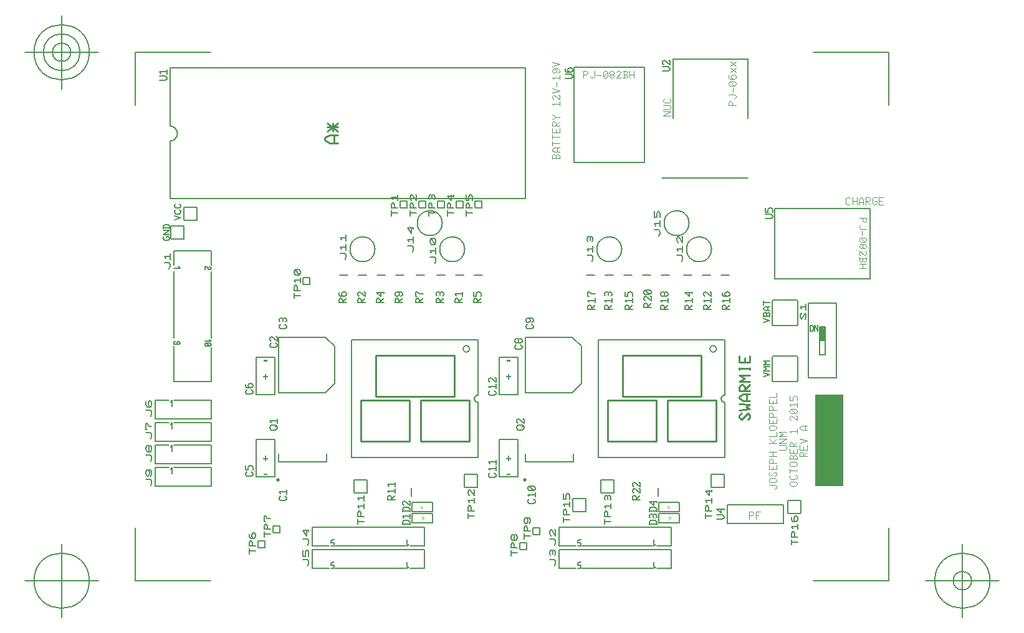
<source format=gbr>
G04 Generated by Ultiboard 13.0 *
%FSLAX25Y25*%
%MOIN*%

%ADD10C,0.00001*%
%ADD11C,0.00367*%
%ADD12C,0.00612*%
%ADD13C,0.00800*%
%ADD14C,0.01111*%
%ADD15C,0.00005*%
%ADD16C,0.00787*%
%ADD17C,0.00167*%
%ADD18C,0.01000*%
%ADD19C,0.00556*%
%ADD20C,0.00889*%
%ADD21C,0.00004*%
%ADD22C,0.00500*%
%ADD23C,0.01969*%


G04 ColorRGB FFFF00 for the following layer *
%LNSilkscreen Top*%
%LPD*%
G54D10*
G54D11*
X319680Y253045D02*
X315743Y253045D01*
X315743Y254613D01*
X316531Y255397D01*
X316924Y255397D01*
X317712Y254613D01*
X317712Y253045D01*
X318893Y256573D02*
X319680Y257357D01*
X319680Y258141D01*
X318893Y258925D01*
X315743Y258925D01*
X318106Y260101D02*
X318106Y262452D01*
X316531Y263628D02*
X315743Y264412D01*
X315743Y265196D01*
X316531Y265980D01*
X318893Y265980D01*
X319680Y265196D01*
X319680Y264412D01*
X318893Y263628D01*
X316531Y263628D01*
X316531Y265980D02*
X318893Y263628D01*
X315743Y269115D02*
X315743Y267940D01*
X316531Y267156D01*
X318106Y267156D01*
X318893Y267156D01*
X319680Y267940D01*
X319680Y268724D01*
X318893Y269507D01*
X318106Y269507D01*
X317318Y268724D01*
X317318Y267940D01*
X318106Y267156D01*
X319680Y270683D02*
X316924Y273035D01*
X316924Y270683D02*
X319680Y273035D01*
X319680Y274211D02*
X316924Y276563D01*
X316924Y274211D02*
X319680Y276563D01*
X380917Y200630D02*
X380133Y199843D01*
X379349Y199843D01*
X378565Y200630D01*
X378565Y202992D01*
X379349Y203780D01*
X380133Y203780D01*
X380917Y202992D01*
X382093Y199843D02*
X382093Y203780D01*
X384444Y199843D02*
X384444Y203780D01*
X382093Y201811D02*
X384444Y201811D01*
X385620Y199843D02*
X385620Y202205D01*
X386404Y203780D01*
X387188Y203780D01*
X387972Y202205D01*
X387972Y199843D01*
X385620Y201024D02*
X387972Y201024D01*
X389148Y199843D02*
X389148Y203780D01*
X390716Y203780D01*
X391500Y202992D01*
X391500Y202598D01*
X390716Y201811D01*
X389148Y201811D01*
X389540Y201811D02*
X391500Y199843D01*
X394243Y201811D02*
X395027Y201811D01*
X395027Y200630D01*
X394243Y199843D01*
X393459Y199843D01*
X392675Y200630D01*
X392675Y202992D01*
X393459Y203780D01*
X395027Y203780D01*
X398555Y199843D02*
X396203Y199843D01*
X396203Y201811D01*
X396203Y203780D01*
X398555Y203780D01*
X396203Y201811D02*
X397771Y201811D01*
X284866Y247345D02*
X280929Y247345D01*
X284866Y249696D01*
X280929Y249696D01*
X280929Y250872D02*
X284079Y250872D01*
X284866Y251656D01*
X284866Y252440D01*
X284079Y253224D01*
X280929Y253224D01*
X284079Y256752D02*
X284866Y255968D01*
X284866Y255184D01*
X284079Y254400D01*
X281717Y254400D01*
X280929Y255184D01*
X280929Y255968D01*
X281717Y256752D01*
X225331Y224479D02*
X225331Y226046D01*
X224543Y226830D01*
X224150Y226830D01*
X223362Y226046D01*
X222575Y226830D01*
X222181Y226830D01*
X221394Y226046D01*
X221394Y224871D01*
X221394Y224479D01*
X223362Y224871D02*
X223362Y226046D01*
X221394Y224871D02*
X225331Y224871D01*
X225331Y228006D02*
X222969Y228006D01*
X221394Y228790D01*
X221394Y229574D01*
X222969Y230358D01*
X225331Y230358D01*
X224150Y228006D02*
X224150Y230358D01*
X225331Y232710D02*
X221394Y232710D01*
X221394Y231534D02*
X221394Y233885D01*
X225331Y236237D02*
X221394Y236237D01*
X221394Y235061D02*
X221394Y237413D01*
X225331Y240941D02*
X225331Y238589D01*
X223362Y238589D01*
X221394Y238589D01*
X221394Y240941D01*
X223362Y238589D02*
X223362Y240157D01*
X225331Y242116D02*
X221394Y242116D01*
X221394Y243684D01*
X222181Y244468D01*
X222575Y244468D01*
X223362Y243684D01*
X223362Y242116D01*
X223362Y242508D02*
X225331Y244468D01*
X221394Y245644D02*
X223362Y246820D01*
X221394Y247996D01*
X223362Y246820D02*
X225331Y246820D01*
X222181Y253091D02*
X221394Y253875D01*
X225331Y253875D01*
X225331Y252699D02*
X225331Y255051D01*
X222181Y256227D02*
X221394Y257010D01*
X221394Y257794D01*
X222181Y258578D01*
X222575Y258578D01*
X225331Y256227D01*
X225331Y258578D01*
X224937Y258578D01*
X221394Y259754D02*
X225331Y260930D01*
X221394Y262106D01*
X223756Y263282D02*
X223756Y265633D01*
X222181Y267201D02*
X221394Y267985D01*
X225331Y267985D01*
X225331Y266809D02*
X225331Y269161D01*
X224543Y270337D02*
X225331Y271121D01*
X225331Y271905D01*
X224543Y272689D01*
X222969Y272689D01*
X222181Y272689D01*
X221394Y271905D01*
X221394Y271121D01*
X222181Y270337D01*
X222969Y270337D01*
X223756Y271121D01*
X223756Y271905D01*
X222969Y272689D01*
X221394Y273864D02*
X225331Y275040D01*
X221394Y276216D01*
X340543Y47479D02*
X341331Y48262D01*
X341331Y49046D01*
X340543Y49830D01*
X337394Y49830D01*
X340543Y51006D02*
X341331Y51790D01*
X341331Y52574D01*
X340543Y53358D01*
X338181Y53358D01*
X337394Y52574D01*
X337394Y51790D01*
X338181Y51006D01*
X340543Y51006D01*
X340543Y54534D02*
X341331Y55318D01*
X341331Y56101D01*
X340543Y56885D01*
X338181Y54534D01*
X337394Y55318D01*
X337394Y56101D01*
X338181Y56885D01*
X341331Y60413D02*
X341331Y58061D01*
X339362Y58061D01*
X337394Y58061D01*
X337394Y60413D01*
X339362Y58061D02*
X339362Y59629D01*
X341331Y61589D02*
X337394Y61589D01*
X337394Y63157D01*
X338181Y63941D01*
X338575Y63941D01*
X339362Y63157D01*
X339362Y61589D01*
X341331Y65116D02*
X337394Y65116D01*
X341331Y67468D02*
X337394Y67468D01*
X339362Y65116D02*
X339362Y67468D01*
X341331Y72171D02*
X337394Y72171D01*
X339362Y72171D02*
X339362Y72563D01*
X337394Y74523D01*
X339362Y72563D02*
X341331Y74523D01*
X337394Y75699D02*
X341331Y75699D01*
X341331Y78051D01*
X340543Y79227D02*
X341331Y80010D01*
X341331Y80794D01*
X340543Y81578D01*
X338181Y81578D01*
X337394Y80794D01*
X337394Y80010D01*
X338181Y79227D01*
X340543Y79227D01*
X341331Y85106D02*
X341331Y82754D01*
X339362Y82754D01*
X337394Y82754D01*
X337394Y85106D01*
X339362Y82754D02*
X339362Y84322D01*
X341331Y86282D02*
X337394Y86282D01*
X337394Y87850D01*
X338181Y88633D01*
X338575Y88633D01*
X339362Y87850D01*
X339362Y86282D01*
X341331Y89809D02*
X337394Y89809D01*
X337394Y91377D01*
X338181Y92161D01*
X338575Y92161D01*
X339362Y91377D01*
X339362Y89809D01*
X341331Y95689D02*
X341331Y93337D01*
X339362Y93337D01*
X337394Y93337D01*
X337394Y95689D01*
X339362Y93337D02*
X339362Y94905D01*
X337394Y96864D02*
X341331Y96864D01*
X341331Y99216D01*
X342906Y68644D02*
X346055Y68644D01*
X346843Y69428D01*
X346843Y70212D01*
X346055Y70996D01*
X342906Y70996D01*
X346843Y72171D02*
X342906Y72171D01*
X346843Y74523D01*
X342906Y74523D01*
X346843Y75699D02*
X342906Y75699D01*
X344874Y76875D01*
X342906Y78051D01*
X346843Y78051D01*
X351567Y49242D02*
X352354Y50026D01*
X352354Y50810D01*
X351567Y51594D01*
X349205Y51594D01*
X348417Y50810D01*
X348417Y50026D01*
X349205Y49242D01*
X351567Y49242D01*
X351567Y55122D02*
X352354Y54338D01*
X352354Y53554D01*
X351567Y52770D01*
X349205Y52770D01*
X348417Y53554D01*
X348417Y54338D01*
X349205Y55122D01*
X352354Y57473D02*
X348417Y57473D01*
X348417Y56297D02*
X348417Y58649D01*
X351567Y59825D02*
X352354Y60609D01*
X352354Y61393D01*
X351567Y62177D01*
X349205Y62177D01*
X348417Y61393D01*
X348417Y60609D01*
X349205Y59825D01*
X351567Y59825D01*
X352354Y63353D02*
X352354Y64920D01*
X351567Y65704D01*
X351173Y65704D01*
X350386Y64920D01*
X349598Y65704D01*
X349205Y65704D01*
X348417Y64920D01*
X348417Y63745D01*
X348417Y63353D01*
X350386Y63745D02*
X350386Y64920D01*
X348417Y63745D02*
X352354Y63745D01*
X352354Y69232D02*
X352354Y66880D01*
X350386Y66880D01*
X348417Y66880D01*
X348417Y69232D01*
X350386Y66880D02*
X350386Y68448D01*
X352354Y70408D02*
X348417Y70408D01*
X348417Y71976D01*
X349205Y72759D01*
X349598Y72759D01*
X350386Y71976D01*
X350386Y70408D01*
X350386Y70800D02*
X352354Y72759D01*
X349205Y77855D02*
X348417Y78639D01*
X352354Y78639D01*
X352354Y77463D02*
X352354Y79815D01*
X349205Y84518D02*
X348417Y85302D01*
X348417Y86086D01*
X349205Y86870D01*
X349598Y86870D01*
X352354Y84518D01*
X352354Y86870D01*
X351961Y86870D01*
X349205Y88045D02*
X348417Y88829D01*
X348417Y89613D01*
X349205Y90397D01*
X351567Y90397D01*
X352354Y89613D01*
X352354Y88829D01*
X351567Y88045D01*
X349205Y88045D01*
X349205Y90397D02*
X351567Y88045D01*
X349205Y91965D02*
X348417Y92749D01*
X352354Y92749D01*
X352354Y91573D02*
X352354Y93925D01*
X348417Y97452D02*
X348417Y95101D01*
X349992Y95101D01*
X349992Y96668D01*
X350780Y97452D01*
X351567Y97452D01*
X352354Y96668D01*
X352354Y95101D01*
X357866Y65116D02*
X353929Y65116D01*
X353929Y66684D01*
X354717Y67468D01*
X355110Y67468D01*
X355898Y66684D01*
X355898Y65116D01*
X355898Y65508D02*
X357866Y67468D01*
X357866Y70996D02*
X357866Y68644D01*
X355898Y68644D01*
X353929Y68644D01*
X353929Y70996D01*
X355898Y68644D02*
X355898Y70212D01*
X353929Y72171D02*
X357866Y73347D01*
X353929Y74523D01*
X357866Y79227D02*
X355504Y79227D01*
X353929Y80010D01*
X353929Y80794D01*
X355504Y81578D01*
X357866Y81578D01*
X356685Y79227D02*
X356685Y81578D01*
X326864Y31425D02*
X326864Y35362D01*
X328432Y35362D01*
X329216Y34575D01*
X329216Y34181D01*
X328432Y33394D01*
X326864Y33394D01*
X330392Y31425D02*
X330392Y35362D01*
X332744Y35362D01*
X330392Y33394D02*
X331960Y33394D01*
X385669Y192829D02*
X389606Y192829D01*
X389606Y191261D01*
X388819Y190477D01*
X388425Y190477D01*
X387638Y191261D01*
X387638Y192829D01*
X386457Y189301D02*
X385669Y188517D01*
X385669Y187733D01*
X386457Y186949D01*
X389606Y186949D01*
X387244Y185773D02*
X387244Y183422D01*
X388819Y182246D02*
X389606Y181462D01*
X389606Y180678D01*
X388819Y179894D01*
X386457Y179894D01*
X385669Y180678D01*
X385669Y181462D01*
X386457Y182246D01*
X388819Y182246D01*
X388819Y179894D02*
X386457Y182246D01*
X385669Y177150D02*
X385669Y177934D01*
X386457Y178718D01*
X387244Y178718D01*
X387638Y178326D01*
X388031Y178718D01*
X388819Y178718D01*
X389606Y177934D01*
X389606Y177150D01*
X388819Y176367D01*
X388031Y176367D01*
X387638Y176759D01*
X387244Y176367D01*
X386457Y176367D01*
X385669Y177150D01*
X387638Y178326D02*
X387638Y176759D01*
X388819Y175191D02*
X389606Y174407D01*
X389606Y173623D01*
X388819Y172839D01*
X388425Y172839D01*
X385669Y175191D01*
X385669Y172839D01*
X386063Y172839D01*
X385669Y171663D02*
X385669Y170095D01*
X386457Y169311D01*
X386850Y169311D01*
X387638Y170095D01*
X388425Y169311D01*
X388819Y169311D01*
X389606Y170095D01*
X389606Y171271D01*
X389606Y171663D01*
X387638Y171271D02*
X387638Y170095D01*
X389606Y171271D02*
X385669Y171271D01*
X385669Y168136D02*
X389606Y168136D01*
X385669Y165784D02*
X389606Y165784D01*
X387638Y168136D02*
X387638Y165784D01*
X238171Y267669D02*
X238171Y271606D01*
X239739Y271606D01*
X240523Y270819D01*
X240523Y270425D01*
X239739Y269638D01*
X238171Y269638D01*
X241699Y268457D02*
X242483Y267669D01*
X243267Y267669D01*
X244051Y268457D01*
X244051Y271606D01*
X245227Y269244D02*
X247578Y269244D01*
X248754Y270819D02*
X249538Y271606D01*
X250322Y271606D01*
X251106Y270819D01*
X251106Y268457D01*
X250322Y267669D01*
X249538Y267669D01*
X248754Y268457D01*
X248754Y270819D01*
X251106Y270819D02*
X248754Y268457D01*
X253850Y267669D02*
X253066Y267669D01*
X252282Y268457D01*
X252282Y269244D01*
X252674Y269638D01*
X252282Y270031D01*
X252282Y270819D01*
X253066Y271606D01*
X253850Y271606D01*
X254633Y270819D01*
X254633Y270031D01*
X254241Y269638D01*
X254633Y269244D01*
X254633Y268457D01*
X253850Y267669D01*
X252674Y269638D02*
X254241Y269638D01*
X255809Y270819D02*
X256593Y271606D01*
X257377Y271606D01*
X258161Y270819D01*
X258161Y270425D01*
X255809Y267669D01*
X258161Y267669D01*
X258161Y268063D01*
X259337Y267669D02*
X260905Y267669D01*
X261689Y268457D01*
X261689Y268850D01*
X260905Y269638D01*
X261689Y270425D01*
X261689Y270819D01*
X260905Y271606D01*
X259729Y271606D01*
X259337Y271606D01*
X259729Y269638D02*
X260905Y269638D01*
X259729Y271606D02*
X259729Y267669D01*
X262864Y267669D02*
X262864Y271606D01*
X265216Y267669D02*
X265216Y271606D01*
X262864Y269638D02*
X265216Y269638D01*
G54D12*
X280394Y271337D02*
X283543Y271337D01*
X284331Y272121D01*
X284331Y272905D01*
X283543Y273689D01*
X280394Y273689D01*
X281181Y274864D02*
X280394Y275648D01*
X280394Y276432D01*
X281181Y277216D01*
X281575Y277216D01*
X284331Y274864D01*
X284331Y277216D01*
X283937Y277216D01*
X11394Y266337D02*
X14543Y266337D01*
X15331Y267121D01*
X15331Y267905D01*
X14543Y268689D01*
X11394Y268689D01*
X12181Y270256D02*
X11394Y271040D01*
X15331Y271040D01*
X15331Y269864D02*
X15331Y272216D01*
X152331Y147337D02*
X148394Y147337D01*
X148394Y148905D01*
X149181Y149689D01*
X149575Y149689D01*
X150362Y148905D01*
X150362Y147337D01*
X150362Y147729D02*
X152331Y149689D01*
X152331Y152040D02*
X150362Y152040D01*
X149181Y153216D01*
X148394Y153216D01*
X148394Y150864D01*
X149181Y150864D01*
X141331Y147337D02*
X137394Y147337D01*
X137394Y148905D01*
X138181Y149689D01*
X138575Y149689D01*
X139362Y148905D01*
X139362Y147337D01*
X139362Y147729D02*
X141331Y149689D01*
X140543Y150864D02*
X141331Y151648D01*
X141331Y152432D01*
X140543Y153216D01*
X138969Y153216D01*
X138181Y153216D01*
X137394Y152432D01*
X137394Y151648D01*
X138181Y150864D01*
X138969Y150864D01*
X139756Y151648D01*
X139756Y152432D01*
X138969Y153216D01*
X163331Y147337D02*
X159394Y147337D01*
X159394Y148905D01*
X160181Y149689D01*
X160575Y149689D01*
X161362Y148905D01*
X161362Y147337D01*
X161362Y147729D02*
X163331Y149689D01*
X159787Y151256D02*
X159394Y151648D01*
X159394Y152432D01*
X160181Y153216D01*
X160969Y153216D01*
X161362Y152824D01*
X161756Y153216D01*
X162543Y153216D01*
X163331Y152432D01*
X163331Y151648D01*
X162937Y151256D01*
X161362Y151648D02*
X161362Y152824D01*
X173331Y147337D02*
X169394Y147337D01*
X169394Y148905D01*
X170181Y149689D01*
X170575Y149689D01*
X171362Y148905D01*
X171362Y147337D01*
X171362Y147729D02*
X173331Y149689D01*
X170181Y151256D02*
X169394Y152040D01*
X173331Y152040D01*
X173331Y150864D02*
X173331Y153216D01*
X244331Y143809D02*
X240394Y143809D01*
X240394Y145377D01*
X241181Y146161D01*
X241575Y146161D01*
X242362Y145377D01*
X242362Y143809D01*
X242362Y144201D02*
X244331Y146161D01*
X241181Y147729D02*
X240394Y148513D01*
X244331Y148513D01*
X244331Y147337D02*
X244331Y149689D01*
X244331Y152040D02*
X242362Y152040D01*
X241181Y153216D01*
X240394Y153216D01*
X240394Y150864D01*
X241181Y150864D01*
X253331Y143809D02*
X249394Y143809D01*
X249394Y145377D01*
X250181Y146161D01*
X250575Y146161D01*
X251362Y145377D01*
X251362Y143809D01*
X251362Y144201D02*
X253331Y146161D01*
X250181Y147729D02*
X249394Y148513D01*
X253331Y148513D01*
X253331Y147337D02*
X253331Y149689D01*
X249787Y151256D02*
X249394Y151648D01*
X249394Y152432D01*
X250181Y153216D01*
X250969Y153216D01*
X251362Y152824D01*
X251756Y153216D01*
X252543Y153216D01*
X253331Y152432D01*
X253331Y151648D01*
X252937Y151256D01*
X251362Y151648D02*
X251362Y152824D01*
X264331Y143809D02*
X260394Y143809D01*
X260394Y145377D01*
X261181Y146161D01*
X261575Y146161D01*
X262362Y145377D01*
X262362Y143809D01*
X262362Y144201D02*
X264331Y146161D01*
X261181Y147729D02*
X260394Y148513D01*
X264331Y148513D01*
X264331Y147337D02*
X264331Y149689D01*
X260394Y153216D02*
X260394Y150864D01*
X261969Y150864D01*
X261969Y152432D01*
X262756Y153216D01*
X263543Y153216D01*
X264331Y152432D01*
X264331Y150864D01*
X145331Y28337D02*
X145331Y29905D01*
X144543Y30689D01*
X142181Y30689D01*
X141394Y29905D01*
X141394Y28337D01*
X141394Y28729D02*
X145331Y28729D01*
X142181Y32256D02*
X141394Y33040D01*
X145331Y33040D01*
X145331Y31864D02*
X145331Y34216D01*
X145331Y35337D02*
X145331Y36905D01*
X144543Y37689D01*
X142181Y37689D01*
X141394Y36905D01*
X141394Y35337D01*
X141394Y35729D02*
X145331Y35729D01*
X142181Y38864D02*
X141394Y39648D01*
X141394Y40432D01*
X142181Y41216D01*
X142575Y41216D01*
X145331Y38864D01*
X145331Y41216D01*
X144937Y41216D01*
X137331Y41809D02*
X133394Y41809D01*
X133394Y43377D01*
X134181Y44161D01*
X134575Y44161D01*
X135362Y43377D01*
X135362Y41809D01*
X135362Y42201D02*
X137331Y44161D01*
X134181Y45729D02*
X133394Y46513D01*
X137331Y46513D01*
X137331Y45337D02*
X137331Y47689D01*
X134181Y49256D02*
X133394Y50040D01*
X137331Y50040D01*
X137331Y48864D02*
X137331Y51216D01*
X277331Y28337D02*
X277331Y29905D01*
X276543Y30689D01*
X274181Y30689D01*
X273394Y29905D01*
X273394Y28337D01*
X273394Y28729D02*
X277331Y28729D01*
X273787Y32256D02*
X273394Y32648D01*
X273394Y33432D01*
X274181Y34216D01*
X274969Y34216D01*
X275362Y33824D01*
X275756Y34216D01*
X276543Y34216D01*
X277331Y33432D01*
X277331Y32648D01*
X276937Y32256D01*
X275362Y32648D02*
X275362Y33824D01*
X277331Y35337D02*
X277331Y36905D01*
X276543Y37689D01*
X274181Y37689D01*
X273394Y36905D01*
X273394Y35337D01*
X273394Y35729D02*
X277331Y35729D01*
X275756Y41216D02*
X275756Y38864D01*
X273394Y40824D01*
X277331Y40824D01*
X277331Y40432D02*
X277331Y41216D01*
X268331Y41809D02*
X264394Y41809D01*
X264394Y43377D01*
X265181Y44161D01*
X265575Y44161D01*
X266362Y43377D01*
X266362Y41809D01*
X266362Y42201D02*
X268331Y44161D01*
X265181Y45337D02*
X264394Y46121D01*
X264394Y46905D01*
X265181Y47689D01*
X265575Y47689D01*
X268331Y45337D01*
X268331Y47689D01*
X267937Y47689D01*
X265181Y48864D02*
X264394Y49648D01*
X264394Y50432D01*
X265181Y51216D01*
X265575Y51216D01*
X268331Y48864D01*
X268331Y51216D01*
X267937Y51216D01*
X211543Y42161D02*
X212331Y41377D01*
X212331Y40593D01*
X211543Y39809D01*
X209181Y39809D01*
X208394Y40593D01*
X208394Y41377D01*
X209181Y42161D01*
X209181Y43729D02*
X208394Y44513D01*
X212331Y44513D01*
X212331Y43337D02*
X212331Y45689D01*
X209181Y46864D02*
X208394Y47648D01*
X208394Y48432D01*
X209181Y49216D01*
X211543Y49216D01*
X212331Y48432D01*
X212331Y47648D01*
X211543Y46864D01*
X209181Y46864D01*
X209181Y49216D02*
X211543Y46864D01*
X78543Y43689D02*
X79331Y42905D01*
X79331Y42121D01*
X78543Y41337D01*
X76181Y41337D01*
X75394Y42121D01*
X75394Y42905D01*
X76181Y43689D01*
X76181Y45256D02*
X75394Y46040D01*
X79331Y46040D01*
X79331Y44864D02*
X79331Y47216D01*
X73543Y125689D02*
X74331Y124905D01*
X74331Y124121D01*
X73543Y123337D01*
X71181Y123337D01*
X70394Y124121D01*
X70394Y124905D01*
X71181Y125689D01*
X71181Y126864D02*
X70394Y127648D01*
X70394Y128432D01*
X71181Y129216D01*
X71575Y129216D01*
X74331Y126864D01*
X74331Y129216D01*
X73937Y129216D01*
X204543Y124689D02*
X205331Y123905D01*
X205331Y123121D01*
X204543Y122337D01*
X202181Y122337D01*
X201394Y123121D01*
X201394Y123905D01*
X202181Y124689D01*
X205331Y127432D02*
X205331Y126648D01*
X204543Y125864D01*
X203756Y125864D01*
X203362Y126256D01*
X202969Y125864D01*
X202181Y125864D01*
X201394Y126648D01*
X201394Y127432D01*
X202181Y128216D01*
X202969Y128216D01*
X203362Y127824D01*
X203756Y128216D01*
X204543Y128216D01*
X205331Y127432D01*
X203362Y126256D02*
X203362Y127824D01*
X78543Y135689D02*
X79331Y134905D01*
X79331Y134121D01*
X78543Y133337D01*
X76181Y133337D01*
X75394Y134121D01*
X75394Y134905D01*
X76181Y135689D01*
X75787Y137256D02*
X75394Y137648D01*
X75394Y138432D01*
X76181Y139216D01*
X76969Y139216D01*
X77362Y138824D01*
X77756Y139216D01*
X78543Y139216D01*
X79331Y138432D01*
X79331Y137648D01*
X78937Y137256D01*
X77362Y137648D02*
X77362Y138824D01*
X210543Y135689D02*
X211331Y134905D01*
X211331Y134121D01*
X210543Y133337D01*
X208181Y133337D01*
X207394Y134121D01*
X207394Y134905D01*
X208181Y135689D01*
X210543Y136864D02*
X211331Y137648D01*
X211331Y138432D01*
X210543Y139216D01*
X208969Y139216D01*
X208181Y139216D01*
X207394Y138432D01*
X207394Y137648D01*
X208181Y136864D01*
X208969Y136864D01*
X209756Y137648D01*
X209756Y138432D01*
X208969Y139216D01*
X111331Y147337D02*
X107394Y147337D01*
X107394Y148905D01*
X108181Y149689D01*
X108575Y149689D01*
X109362Y148905D01*
X109362Y147337D01*
X109362Y147729D02*
X111331Y149689D01*
X107394Y152824D02*
X107394Y151648D01*
X108181Y150864D01*
X109756Y150864D01*
X110543Y150864D01*
X111331Y151648D01*
X111331Y152432D01*
X110543Y153216D01*
X109756Y153216D01*
X108969Y152432D01*
X108969Y151648D01*
X109756Y150864D01*
X121331Y147337D02*
X117394Y147337D01*
X117394Y148905D01*
X118181Y149689D01*
X118575Y149689D01*
X119362Y148905D01*
X119362Y147337D01*
X119362Y147729D02*
X121331Y149689D01*
X118181Y150864D02*
X117394Y151648D01*
X117394Y152432D01*
X118181Y153216D01*
X118575Y153216D01*
X121331Y150864D01*
X121331Y153216D01*
X120937Y153216D01*
X131331Y147337D02*
X127394Y147337D01*
X127394Y148905D01*
X128181Y149689D01*
X128575Y149689D01*
X129362Y148905D01*
X129362Y147337D01*
X129362Y147729D02*
X131331Y149689D01*
X129756Y153216D02*
X129756Y150864D01*
X127394Y152824D01*
X131331Y152824D01*
X131331Y152432D02*
X131331Y153216D01*
X274331Y144809D02*
X270394Y144809D01*
X270394Y146377D01*
X271181Y147161D01*
X271575Y147161D01*
X272362Y146377D01*
X272362Y144809D01*
X272362Y145201D02*
X274331Y147161D01*
X271181Y148337D02*
X270394Y149121D01*
X270394Y149905D01*
X271181Y150689D01*
X271575Y150689D01*
X274331Y148337D01*
X274331Y150689D01*
X273937Y150689D01*
X271181Y151864D02*
X270394Y152648D01*
X270394Y153432D01*
X271181Y154216D01*
X273543Y154216D01*
X274331Y153432D01*
X274331Y152648D01*
X273543Y151864D01*
X271181Y151864D01*
X271181Y154216D02*
X273543Y151864D01*
X283331Y143809D02*
X279394Y143809D01*
X279394Y145377D01*
X280181Y146161D01*
X280575Y146161D01*
X281362Y145377D01*
X281362Y143809D01*
X281362Y144201D02*
X283331Y146161D01*
X280181Y147729D02*
X279394Y148513D01*
X283331Y148513D01*
X283331Y147337D02*
X283331Y149689D01*
X283331Y152432D02*
X283331Y151648D01*
X282543Y150864D01*
X281756Y150864D01*
X281362Y151256D01*
X280969Y150864D01*
X280181Y150864D01*
X279394Y151648D01*
X279394Y152432D01*
X280181Y153216D01*
X280969Y153216D01*
X281362Y152824D01*
X281756Y153216D01*
X282543Y153216D01*
X283331Y152432D01*
X281362Y151256D02*
X281362Y152824D01*
X296331Y143809D02*
X292394Y143809D01*
X292394Y145377D01*
X293181Y146161D01*
X293575Y146161D01*
X294362Y145377D01*
X294362Y143809D01*
X294362Y144201D02*
X296331Y146161D01*
X293181Y147729D02*
X292394Y148513D01*
X296331Y148513D01*
X296331Y147337D02*
X296331Y149689D01*
X294756Y153216D02*
X294756Y150864D01*
X292394Y152824D01*
X296331Y152824D01*
X296331Y152432D02*
X296331Y153216D01*
X306331Y143809D02*
X302394Y143809D01*
X302394Y145377D01*
X303181Y146161D01*
X303575Y146161D01*
X304362Y145377D01*
X304362Y143809D01*
X304362Y144201D02*
X306331Y146161D01*
X303181Y147729D02*
X302394Y148513D01*
X306331Y148513D01*
X306331Y147337D02*
X306331Y149689D01*
X303181Y150864D02*
X302394Y151648D01*
X302394Y152432D01*
X303181Y153216D01*
X303575Y153216D01*
X306331Y150864D01*
X306331Y153216D01*
X305937Y153216D01*
X316331Y143809D02*
X312394Y143809D01*
X312394Y145377D01*
X313181Y146161D01*
X313575Y146161D01*
X314362Y145377D01*
X314362Y143809D01*
X314362Y144201D02*
X316331Y146161D01*
X313181Y147729D02*
X312394Y148513D01*
X316331Y148513D01*
X316331Y147337D02*
X316331Y149689D01*
X312394Y152824D02*
X312394Y151648D01*
X313181Y150864D01*
X314756Y150864D01*
X315543Y150864D01*
X316331Y151648D01*
X316331Y152432D01*
X315543Y153216D01*
X314756Y153216D01*
X313969Y152432D01*
X313969Y151648D01*
X314756Y150864D01*
X183331Y147337D02*
X179394Y147337D01*
X179394Y148905D01*
X180181Y149689D01*
X180575Y149689D01*
X181362Y148905D01*
X181362Y147337D01*
X181362Y147729D02*
X183331Y149689D01*
X179394Y153216D02*
X179394Y150864D01*
X180969Y150864D01*
X180969Y152432D01*
X181756Y153216D01*
X182543Y153216D01*
X183331Y152432D01*
X183331Y150864D01*
X309394Y31337D02*
X312543Y31337D01*
X313331Y32121D01*
X313331Y32905D01*
X312543Y33689D01*
X309394Y33689D01*
X311756Y37216D02*
X311756Y34864D01*
X309394Y36824D01*
X313331Y36824D01*
X313331Y36432D02*
X313331Y37216D01*
X335394Y192337D02*
X338543Y192337D01*
X339331Y193121D01*
X339331Y193905D01*
X338543Y194689D01*
X335394Y194689D01*
X335394Y198216D02*
X335394Y195864D01*
X336969Y195864D01*
X336969Y197432D01*
X337756Y198216D01*
X338543Y198216D01*
X339331Y197432D01*
X339331Y195864D01*
X60543Y56689D02*
X61331Y55905D01*
X61331Y55121D01*
X60543Y54337D01*
X58181Y54337D01*
X57394Y55121D01*
X57394Y55905D01*
X58181Y56689D01*
X57394Y60216D02*
X57394Y57864D01*
X58969Y57864D01*
X58969Y59432D01*
X59756Y60216D01*
X60543Y60216D01*
X61331Y59432D01*
X61331Y57864D01*
X60543Y100689D02*
X61331Y99905D01*
X61331Y99121D01*
X60543Y98337D01*
X58181Y98337D01*
X57394Y99121D01*
X57394Y99905D01*
X58181Y100689D01*
X57394Y103824D02*
X57394Y102648D01*
X58181Y101864D01*
X59756Y101864D01*
X60543Y101864D01*
X61331Y102648D01*
X61331Y103432D01*
X60543Y104216D01*
X59756Y104216D01*
X58969Y103432D01*
X58969Y102648D01*
X59756Y101864D01*
X190543Y56161D02*
X191331Y55377D01*
X191331Y54593D01*
X190543Y53809D01*
X188181Y53809D01*
X187394Y54593D01*
X187394Y55377D01*
X188181Y56161D01*
X188181Y57729D02*
X187394Y58513D01*
X191331Y58513D01*
X191331Y57337D02*
X191331Y59689D01*
X188181Y61256D02*
X187394Y62040D01*
X191331Y62040D01*
X191331Y60864D02*
X191331Y63216D01*
X190543Y100161D02*
X191331Y99377D01*
X191331Y98593D01*
X190543Y97809D01*
X188181Y97809D01*
X187394Y98593D01*
X187394Y99377D01*
X188181Y100161D01*
X188181Y101729D02*
X187394Y102513D01*
X191331Y102513D01*
X191331Y101337D02*
X191331Y103689D01*
X188181Y104864D02*
X187394Y105648D01*
X187394Y106432D01*
X188181Y107216D01*
X188575Y107216D01*
X191331Y104864D01*
X191331Y107216D01*
X190937Y107216D01*
X228394Y267337D02*
X231543Y267337D01*
X232331Y268121D01*
X232331Y268905D01*
X231543Y269689D01*
X228394Y269689D01*
X228394Y272824D02*
X228394Y271648D01*
X229181Y270864D01*
X230756Y270864D01*
X231543Y270864D01*
X232331Y271648D01*
X232331Y272432D01*
X231543Y273216D01*
X230756Y273216D01*
X229969Y272432D01*
X229969Y271648D01*
X230756Y270864D01*
G54D13*
X326106Y277900D02*
X286106Y277900D01*
X286106Y278000D02*
X286106Y246000D01*
X326106Y246000D02*
X326106Y278000D01*
X280106Y214000D02*
X326106Y214000D01*
X17000Y203000D02*
X207000Y203000D01*
X207000Y273000D01*
X17000Y273000D01*
X17000Y234000D02*
X17349Y234015D01*
X17695Y234061D01*
X18035Y234136D01*
X18368Y234241D01*
X18690Y234375D01*
X19000Y234536D01*
X19294Y234723D01*
X19571Y234936D01*
X19828Y235172D01*
X20064Y235429D01*
X20277Y235706D01*
X20464Y236000D01*
X20625Y236310D01*
X20759Y236632D01*
X20864Y236965D01*
X20939Y237305D01*
X20985Y237651D01*
X21000Y238000D01*
X20985Y238349D01*
X20939Y238695D01*
X20864Y239035D01*
X20759Y239368D01*
X20625Y239690D01*
X20464Y240000D01*
X20277Y240294D01*
X20064Y240571D01*
X19828Y240828D01*
X19571Y241064D01*
X19294Y241277D01*
X19000Y241464D01*
X18690Y241625D01*
X18368Y241759D01*
X18035Y241864D01*
X17695Y241939D01*
X17349Y241985D01*
X17000Y242000D01*
X17000Y273000D02*
X17000Y242000D01*
X17000Y234000D02*
X17000Y203000D01*
X158679Y168556D02*
X159274Y169667D01*
X159274Y170778D01*
X158679Y171889D01*
X156298Y171889D01*
X156893Y174111D02*
X156298Y175222D01*
X159274Y175222D01*
X159274Y173556D02*
X159274Y176889D01*
X156893Y178556D02*
X156298Y179667D01*
X156298Y180778D01*
X156893Y181889D01*
X158679Y181889D01*
X159274Y180778D01*
X159274Y179667D01*
X158679Y178556D01*
X156893Y178556D01*
X156893Y181889D02*
X158679Y178556D01*
X168000Y169333D02*
X168581Y169359D01*
X169158Y169435D01*
X169725Y169560D01*
X170280Y169735D01*
X170817Y169958D01*
X171333Y170226D01*
X171824Y170539D01*
X172285Y170893D01*
X172714Y171286D01*
X173107Y171715D01*
X173461Y172176D01*
X173774Y172667D01*
X174042Y173183D01*
X174265Y173720D01*
X174440Y174275D01*
X174565Y174842D01*
X174641Y175419D01*
X174667Y176000D01*
X174641Y176581D01*
X174565Y177158D01*
X174440Y177725D01*
X174265Y178280D01*
X174042Y178817D01*
X173774Y179333D01*
X173461Y179824D01*
X173107Y180285D01*
X172714Y180714D01*
X172285Y181107D01*
X171824Y181461D01*
X171333Y181774D01*
X170817Y182042D01*
X170280Y182265D01*
X169725Y182440D01*
X169158Y182565D01*
X168581Y182641D01*
X168000Y182667D01*
X167419Y182641D01*
X166842Y182565D01*
X166275Y182440D01*
X165720Y182265D01*
X165183Y182042D01*
X164667Y181774D01*
X164176Y181461D01*
X163715Y181107D01*
X163286Y180714D01*
X162893Y180285D01*
X162539Y179824D01*
X162226Y179333D01*
X161958Y178817D01*
X161735Y178280D01*
X161560Y177725D01*
X161435Y177158D01*
X161359Y176581D01*
X161333Y176000D01*
X161359Y175419D01*
X161435Y174842D01*
X161560Y174275D01*
X161735Y173720D01*
X161958Y173183D01*
X162226Y172667D01*
X162539Y172176D01*
X162893Y171715D01*
X163286Y171286D01*
X163715Y170893D01*
X164176Y170539D01*
X164667Y170226D01*
X165183Y169958D01*
X165720Y169735D01*
X166275Y169560D01*
X166842Y169435D01*
X167419Y169359D01*
X168000Y169333D01*
X168000Y169333D01*
X146679Y174556D02*
X147274Y175667D01*
X147274Y176778D01*
X146679Y177889D01*
X144298Y177889D01*
X144893Y180111D02*
X144298Y181222D01*
X147274Y181222D01*
X147274Y179556D02*
X147274Y182889D01*
X146083Y187889D02*
X146083Y184556D01*
X144298Y187333D01*
X147274Y187333D01*
X147274Y186778D02*
X147274Y187889D01*
X162667Y190000D02*
X162641Y190581D01*
X162565Y191158D01*
X162440Y191725D01*
X162265Y192280D01*
X162042Y192817D01*
X161774Y193333D01*
X161461Y193824D01*
X161107Y194285D01*
X160714Y194714D01*
X160285Y195107D01*
X159824Y195461D01*
X159333Y195774D01*
X158817Y196042D01*
X158280Y196265D01*
X157725Y196440D01*
X157158Y196565D01*
X156581Y196641D01*
X156000Y196667D01*
X155419Y196641D01*
X154842Y196565D01*
X154275Y196440D01*
X153720Y196265D01*
X153183Y196042D01*
X152667Y195774D01*
X152176Y195461D01*
X151715Y195107D01*
X151286Y194714D01*
X150893Y194285D01*
X150539Y193824D01*
X150226Y193333D01*
X149958Y192817D01*
X149735Y192280D01*
X149560Y191725D01*
X149435Y191158D01*
X149359Y190581D01*
X149333Y190000D01*
X149359Y189419D01*
X149435Y188842D01*
X149560Y188275D01*
X149735Y187720D01*
X149958Y187183D01*
X150226Y186667D01*
X150539Y186176D01*
X150893Y185715D01*
X151286Y185286D01*
X151715Y184893D01*
X152176Y184539D01*
X152667Y184226D01*
X153183Y183958D01*
X153720Y183735D01*
X154275Y183560D01*
X154842Y183435D01*
X155419Y183359D01*
X156000Y183333D01*
X156581Y183359D01*
X157158Y183435D01*
X157725Y183560D01*
X158280Y183735D01*
X158817Y183958D01*
X159333Y184226D01*
X159824Y184539D01*
X160285Y184893D01*
X160714Y185286D01*
X161107Y185715D01*
X161461Y186176D01*
X161774Y186667D01*
X162042Y187183D01*
X162265Y187720D01*
X162440Y188275D01*
X162565Y188842D01*
X162641Y189419D01*
X162667Y190000D01*
X162667Y190000D01*
X242679Y169556D02*
X243274Y170667D01*
X243274Y171778D01*
X242679Y172889D01*
X240298Y172889D01*
X240893Y175111D02*
X240298Y176222D01*
X243274Y176222D01*
X243274Y174556D02*
X243274Y177889D01*
X240595Y180111D02*
X240298Y180667D01*
X240298Y181778D01*
X240893Y182889D01*
X241488Y182889D01*
X241786Y182333D01*
X242083Y182889D01*
X242679Y182889D01*
X243274Y181778D01*
X243274Y180667D01*
X242976Y180111D01*
X241786Y180667D02*
X241786Y182333D01*
X252000Y169333D02*
X252581Y169359D01*
X253158Y169435D01*
X253725Y169560D01*
X254280Y169735D01*
X254817Y169958D01*
X255333Y170226D01*
X255824Y170539D01*
X256285Y170893D01*
X256714Y171286D01*
X257107Y171715D01*
X257461Y172176D01*
X257774Y172667D01*
X258042Y173183D01*
X258265Y173720D01*
X258440Y174275D01*
X258565Y174842D01*
X258641Y175419D01*
X258667Y176000D01*
X258641Y176581D01*
X258565Y177158D01*
X258440Y177725D01*
X258265Y178280D01*
X258042Y178817D01*
X257774Y179333D01*
X257461Y179824D01*
X257107Y180285D01*
X256714Y180714D01*
X256285Y181107D01*
X255824Y181461D01*
X255333Y181774D01*
X254817Y182042D01*
X254280Y182265D01*
X253725Y182440D01*
X253158Y182565D01*
X252581Y182641D01*
X252000Y182667D01*
X251419Y182641D01*
X250842Y182565D01*
X250275Y182440D01*
X249720Y182265D01*
X249183Y182042D01*
X248667Y181774D01*
X248176Y181461D01*
X247715Y181107D01*
X247286Y180714D01*
X246893Y180285D01*
X246539Y179824D01*
X246226Y179333D01*
X245958Y178817D01*
X245735Y178280D01*
X245560Y177725D01*
X245435Y177158D01*
X245359Y176581D01*
X245333Y176000D01*
X245359Y175419D01*
X245435Y174842D01*
X245560Y174275D01*
X245735Y173720D01*
X245958Y173183D01*
X246226Y172667D01*
X246539Y172176D01*
X246893Y171715D01*
X247286Y171286D01*
X247715Y170893D01*
X248176Y170539D01*
X248667Y170226D01*
X249183Y169958D01*
X249720Y169735D01*
X250275Y169560D01*
X250842Y169435D01*
X251419Y169359D01*
X252000Y169333D01*
X252000Y169333D01*
X356679Y138556D02*
X357274Y139667D01*
X357274Y140778D01*
X356679Y141889D01*
X354893Y138556D01*
X354298Y139667D01*
X354298Y140778D01*
X354893Y141889D01*
X354893Y144111D02*
X354298Y145222D01*
X357274Y145222D01*
X357274Y143556D02*
X357274Y146889D01*
X373500Y107000D02*
X358500Y107000D01*
X358500Y147000D02*
X373500Y147000D01*
X358500Y107000D02*
X358500Y147000D01*
X364500Y134500D02*
X364500Y119500D01*
X367500Y119500D02*
X367500Y134500D01*
X364500Y119500D02*
X367500Y119500D01*
X359333Y132833D02*
X359336Y132761D01*
X359346Y132689D01*
X359362Y132618D01*
X359383Y132548D01*
X359411Y132481D01*
X359445Y132417D01*
X359484Y132355D01*
X359528Y132298D01*
X359577Y132244D01*
X359631Y132195D01*
X359689Y132151D01*
X359750Y132112D01*
X359814Y132078D01*
X359882Y132050D01*
X359951Y132029D01*
X360022Y132013D01*
X360094Y132003D01*
X360167Y132000D01*
X360239Y132003D01*
X360311Y132013D01*
X360382Y132029D01*
X360452Y132050D01*
X360519Y132078D01*
X360583Y132112D01*
X360645Y132151D01*
X360702Y132195D01*
X360756Y132244D01*
X360805Y132298D01*
X360849Y132355D01*
X360888Y132417D01*
X360922Y132481D01*
X360950Y132548D01*
X360971Y132618D01*
X360987Y132689D01*
X360997Y132761D01*
X361000Y132833D01*
X361000Y134500D02*
X360997Y134573D01*
X360987Y134645D01*
X360971Y134716D01*
X360950Y134785D01*
X360922Y134852D01*
X360888Y134917D01*
X360849Y134978D01*
X360805Y135036D01*
X360756Y135089D01*
X360702Y135138D01*
X360645Y135183D01*
X360583Y135222D01*
X360519Y135255D01*
X360452Y135283D01*
X360382Y135305D01*
X360311Y135321D01*
X360239Y135330D01*
X360167Y135333D01*
X360094Y135330D01*
X360022Y135321D01*
X359951Y135305D01*
X359882Y135283D01*
X359814Y135255D01*
X359750Y135222D01*
X359689Y135183D01*
X359631Y135138D01*
X359577Y135089D01*
X359528Y135036D01*
X359484Y134978D01*
X359445Y134917D01*
X359411Y134852D01*
X359383Y134785D01*
X359362Y134716D01*
X359346Y134645D01*
X359336Y134573D01*
X359333Y134500D01*
X359333Y132833D01*
X361000Y132833D02*
X361000Y134500D01*
X365000Y127500D02*
X365000Y134000D01*
X365500Y127500D02*
X365500Y133500D01*
X364500Y127000D02*
X367500Y127000D01*
X367000Y127500D02*
X366000Y127500D01*
X365500Y127500D01*
X367000Y128000D02*
X367000Y127500D01*
X367000Y134000D02*
X367000Y128000D01*
X366000Y128000D02*
X366000Y133000D01*
X366500Y133500D02*
X366500Y128000D01*
X366000Y128000D01*
X363500Y132000D02*
X361833Y135333D01*
X361833Y132000D01*
X363500Y135333D02*
X363500Y132000D01*
X367500Y134500D02*
X364500Y134500D01*
X365000Y134000D02*
X367000Y134000D01*
X365500Y133500D02*
X366500Y133500D01*
X373500Y147000D02*
X373500Y107000D01*
X6679Y62556D02*
X7274Y63667D01*
X7274Y64778D01*
X6679Y65889D01*
X4298Y65889D01*
X7274Y69778D02*
X7274Y68667D01*
X6679Y67556D01*
X6083Y67556D01*
X5786Y68111D01*
X5488Y67556D01*
X4893Y67556D01*
X4298Y68667D01*
X4298Y69778D01*
X4893Y70889D01*
X5488Y70889D01*
X5786Y70333D01*
X6083Y70889D01*
X6679Y70889D01*
X7274Y69778D01*
X5786Y68111D02*
X5786Y70333D01*
X9000Y71000D02*
X9000Y61000D01*
X39000Y71000D02*
X39000Y61000D01*
X39000Y71000D02*
X19000Y71000D01*
X16500Y71000D02*
X9000Y71000D01*
X18167Y71000D02*
X18167Y67667D01*
X17333Y70167D02*
X18167Y71000D01*
X39000Y61000D02*
X9000Y61000D01*
X6679Y74556D02*
X7274Y75667D01*
X7274Y76778D01*
X6679Y77889D01*
X4298Y77889D01*
X7274Y81222D02*
X5786Y81222D01*
X4893Y82889D01*
X4298Y82889D01*
X4298Y79556D01*
X4893Y79556D01*
X9000Y83000D02*
X9000Y73000D01*
X39000Y83000D02*
X39000Y73000D01*
X39000Y83000D02*
X19000Y83000D01*
X16500Y83000D02*
X9000Y83000D01*
X18167Y83000D02*
X18167Y79667D01*
X17333Y82167D02*
X18167Y83000D01*
X39000Y73000D02*
X9000Y73000D01*
X6679Y86556D02*
X7274Y87667D01*
X7274Y88778D01*
X6679Y89889D01*
X4298Y89889D01*
X4298Y94333D02*
X4298Y92667D01*
X4893Y91556D01*
X6083Y91556D01*
X6679Y91556D01*
X7274Y92667D01*
X7274Y93778D01*
X6679Y94889D01*
X6083Y94889D01*
X5488Y93778D01*
X5488Y92667D01*
X6083Y91556D01*
X9000Y95000D02*
X9000Y85000D01*
X39000Y95000D02*
X39000Y85000D01*
X39000Y95000D02*
X19000Y95000D01*
X16500Y95000D02*
X9000Y95000D01*
X18167Y95000D02*
X18167Y91667D01*
X17333Y94167D02*
X18167Y95000D01*
X39000Y85000D02*
X9000Y85000D01*
X6673Y49550D02*
X7268Y50661D01*
X7268Y51772D01*
X6673Y52883D01*
X4292Y52883D01*
X6673Y54550D02*
X7268Y55661D01*
X7268Y56772D01*
X6673Y57883D01*
X5483Y57883D01*
X4887Y57883D01*
X4292Y56772D01*
X4292Y55661D01*
X4887Y54550D01*
X5483Y54550D01*
X6078Y55661D01*
X6078Y56772D01*
X5483Y57883D01*
X9000Y59000D02*
X9000Y49000D01*
X39000Y59000D02*
X39000Y49000D01*
X39000Y59000D02*
X19000Y59000D01*
X16500Y59000D02*
X9000Y59000D01*
X18167Y59000D02*
X18167Y55667D01*
X17333Y58167D02*
X18167Y59000D01*
X39000Y49000D02*
X9000Y49000D01*
X90679Y6556D02*
X91274Y7667D01*
X91274Y8778D01*
X90679Y9889D01*
X88298Y9889D01*
X88298Y14889D02*
X88298Y11556D01*
X89488Y11556D01*
X89488Y13778D01*
X90083Y14889D01*
X90679Y14889D01*
X91274Y13778D01*
X91274Y11556D01*
X93000Y15000D02*
X153000Y15000D01*
X105500Y5000D02*
X143000Y5000D01*
X153000Y5000D02*
X153000Y15000D01*
X143833Y5000D02*
X143833Y8333D01*
X145500Y5000D02*
X153000Y5000D01*
X144667Y5833D02*
X143833Y5000D01*
X103833Y8333D02*
X103761Y8330D01*
X103689Y8321D01*
X103618Y8305D01*
X103548Y8283D01*
X103481Y8255D01*
X103417Y8222D01*
X103355Y8183D01*
X103298Y8138D01*
X103244Y8089D01*
X103195Y8036D01*
X103151Y7978D01*
X103112Y7917D01*
X103078Y7852D01*
X103050Y7785D01*
X103029Y7716D01*
X103013Y7645D01*
X103003Y7573D01*
X103000Y7500D01*
X103003Y7427D01*
X103013Y7355D01*
X103029Y7284D01*
X103050Y7215D01*
X103078Y7148D01*
X103112Y7083D01*
X103151Y7022D01*
X103195Y6964D01*
X103244Y6911D01*
X103298Y6862D01*
X103355Y6817D01*
X103417Y6778D01*
X103481Y6745D01*
X103548Y6717D01*
X103618Y6695D01*
X103689Y6679D01*
X103761Y6670D01*
X103833Y6667D01*
X104667Y6667D02*
X104667Y5000D01*
X104667Y6667D02*
X103833Y6667D01*
X93000Y5000D02*
X93000Y15000D01*
X104667Y8333D02*
X103833Y8333D01*
X93000Y5000D02*
X102167Y5000D01*
X103000Y5000D02*
X104667Y5000D01*
X90679Y17556D02*
X91274Y18667D01*
X91274Y19778D01*
X90679Y20889D01*
X88298Y20889D01*
X90083Y25889D02*
X90083Y22556D01*
X88298Y25333D01*
X91274Y25333D01*
X91274Y24778D02*
X91274Y25889D01*
X93000Y27000D02*
X153000Y27000D01*
X105500Y17000D02*
X143000Y17000D01*
X153000Y17000D02*
X153000Y27000D01*
X143833Y17000D02*
X143833Y20333D01*
X145500Y17000D02*
X153000Y17000D01*
X144667Y17833D02*
X143833Y17000D01*
X103833Y20333D02*
X103761Y20330D01*
X103689Y20321D01*
X103618Y20305D01*
X103548Y20283D01*
X103481Y20255D01*
X103417Y20222D01*
X103355Y20183D01*
X103298Y20138D01*
X103244Y20089D01*
X103195Y20036D01*
X103151Y19978D01*
X103112Y19917D01*
X103078Y19852D01*
X103050Y19785D01*
X103029Y19716D01*
X103013Y19645D01*
X103003Y19573D01*
X103000Y19500D01*
X103003Y19427D01*
X103013Y19355D01*
X103029Y19284D01*
X103050Y19215D01*
X103078Y19148D01*
X103112Y19083D01*
X103151Y19022D01*
X103195Y18964D01*
X103244Y18911D01*
X103298Y18862D01*
X103355Y18817D01*
X103417Y18778D01*
X103481Y18745D01*
X103548Y18717D01*
X103618Y18695D01*
X103689Y18679D01*
X103761Y18670D01*
X103833Y18667D01*
X104667Y18667D02*
X104667Y17000D01*
X104667Y18667D02*
X103833Y18667D01*
X93000Y17000D02*
X93000Y27000D01*
X104667Y20333D02*
X103833Y20333D01*
X93000Y17000D02*
X102167Y17000D01*
X103000Y17000D02*
X104667Y17000D01*
X157500Y34500D02*
X146500Y34500D01*
X146500Y29500D01*
X157500Y29500D01*
X157500Y34500D01*
X146500Y35500D02*
X157500Y35500D01*
X157500Y40500D01*
X146500Y40500D01*
X146500Y35500D01*
X222679Y6556D02*
X223274Y7667D01*
X223274Y8778D01*
X222679Y9889D01*
X220298Y9889D01*
X220595Y12111D02*
X220298Y12667D01*
X220298Y13778D01*
X220893Y14889D01*
X221488Y14889D01*
X221786Y14333D01*
X222083Y14889D01*
X222679Y14889D01*
X223274Y13778D01*
X223274Y12667D01*
X222976Y12111D01*
X221786Y12667D02*
X221786Y14333D01*
X225000Y15000D02*
X285000Y15000D01*
X237500Y5000D02*
X275000Y5000D01*
X285000Y5000D02*
X285000Y15000D01*
X275833Y5000D02*
X275833Y8333D01*
X277500Y5000D02*
X285000Y5000D01*
X276667Y5833D02*
X275833Y5000D01*
X235833Y8333D02*
X235761Y8330D01*
X235689Y8321D01*
X235618Y8305D01*
X235548Y8283D01*
X235481Y8255D01*
X235417Y8222D01*
X235355Y8183D01*
X235298Y8138D01*
X235244Y8089D01*
X235195Y8036D01*
X235151Y7978D01*
X235112Y7917D01*
X235078Y7852D01*
X235050Y7785D01*
X235029Y7716D01*
X235013Y7645D01*
X235003Y7573D01*
X235000Y7500D01*
X235003Y7427D01*
X235013Y7355D01*
X235029Y7284D01*
X235050Y7215D01*
X235078Y7148D01*
X235112Y7083D01*
X235151Y7022D01*
X235195Y6964D01*
X235244Y6911D01*
X235298Y6862D01*
X235355Y6817D01*
X235417Y6778D01*
X235481Y6745D01*
X235548Y6717D01*
X235618Y6695D01*
X235689Y6679D01*
X235761Y6670D01*
X235833Y6667D01*
X236667Y6667D02*
X236667Y5000D01*
X236667Y6667D02*
X235833Y6667D01*
X225000Y5000D02*
X225000Y15000D01*
X236667Y8333D02*
X235833Y8333D01*
X225000Y5000D02*
X234167Y5000D01*
X235000Y5000D02*
X236667Y5000D01*
X222679Y17556D02*
X223274Y18667D01*
X223274Y19778D01*
X222679Y20889D01*
X220298Y20889D01*
X220893Y22556D02*
X220298Y23667D01*
X220298Y24778D01*
X220893Y25889D01*
X221190Y25889D01*
X223274Y22556D01*
X223274Y25889D01*
X222976Y25889D01*
X225000Y27000D02*
X285000Y27000D01*
X237500Y17000D02*
X275000Y17000D01*
X285000Y17000D02*
X285000Y27000D01*
X275833Y17000D02*
X275833Y20333D01*
X277500Y17000D02*
X285000Y17000D01*
X276667Y17833D02*
X275833Y17000D01*
X235833Y20333D02*
X235761Y20330D01*
X235689Y20321D01*
X235618Y20305D01*
X235548Y20283D01*
X235481Y20255D01*
X235417Y20222D01*
X235355Y20183D01*
X235298Y20138D01*
X235244Y20089D01*
X235195Y20036D01*
X235151Y19978D01*
X235112Y19917D01*
X235078Y19852D01*
X235050Y19785D01*
X235029Y19716D01*
X235013Y19645D01*
X235003Y19573D01*
X235000Y19500D01*
X235003Y19427D01*
X235013Y19355D01*
X235029Y19284D01*
X235050Y19215D01*
X235078Y19148D01*
X235112Y19083D01*
X235151Y19022D01*
X235195Y18964D01*
X235244Y18911D01*
X235298Y18862D01*
X235355Y18817D01*
X235417Y18778D01*
X235481Y18745D01*
X235548Y18717D01*
X235618Y18695D01*
X235689Y18679D01*
X235761Y18670D01*
X235833Y18667D01*
X236667Y18667D02*
X236667Y17000D01*
X236667Y18667D02*
X235833Y18667D01*
X225000Y17000D02*
X225000Y27000D01*
X236667Y20333D02*
X235833Y20333D01*
X225000Y17000D02*
X234167Y17000D01*
X235000Y17000D02*
X236667Y17000D01*
X289500Y34500D02*
X278500Y34500D01*
X278500Y29500D01*
X289500Y29500D01*
X289500Y34500D01*
X278500Y35500D02*
X289500Y35500D01*
X289500Y40500D01*
X278500Y40500D01*
X278500Y35500D01*
X73543Y79307D02*
X74331Y80094D01*
X74331Y80882D01*
X73543Y81669D01*
X71181Y81669D01*
X70394Y80882D01*
X70394Y80094D01*
X71181Y79307D01*
X73543Y79307D01*
X73543Y80882D02*
X74331Y81669D01*
X71181Y83244D02*
X70394Y84031D01*
X74331Y84031D01*
X74331Y82850D02*
X74331Y85213D01*
X75236Y128764D02*
X75236Y99236D01*
X100000Y128764D02*
X75236Y128764D01*
X75236Y99236D02*
X100000Y99236D01*
X105000Y104000D02*
X105000Y124000D01*
X100000Y128764D01*
X105000Y104000D02*
X100000Y99236D01*
X205543Y79307D02*
X206331Y80094D01*
X206331Y80882D01*
X205543Y81669D01*
X203181Y81669D01*
X202394Y80882D01*
X202394Y80094D01*
X203181Y79307D01*
X205543Y79307D01*
X205543Y80882D02*
X206331Y81669D01*
X203181Y82850D02*
X202394Y83638D01*
X202394Y84425D01*
X203181Y85213D01*
X203575Y85213D01*
X206331Y82850D01*
X206331Y85213D01*
X205937Y85213D01*
X207236Y128764D02*
X207236Y99236D01*
X232000Y128764D02*
X207236Y128764D01*
X207236Y99236D02*
X232000Y99236D01*
X237000Y104000D02*
X237000Y124000D01*
X232000Y128764D01*
X237000Y104000D02*
X232000Y99236D01*
X110679Y170556D02*
X111274Y171667D01*
X111274Y172778D01*
X110679Y173889D01*
X108298Y173889D01*
X108893Y176111D02*
X108298Y177222D01*
X111274Y177222D01*
X111274Y175556D02*
X111274Y178889D01*
X108893Y181111D02*
X108298Y182222D01*
X111274Y182222D01*
X111274Y180556D02*
X111274Y183889D01*
X120000Y169333D02*
X120581Y169359D01*
X121158Y169435D01*
X121725Y169560D01*
X122280Y169735D01*
X122817Y169958D01*
X123333Y170226D01*
X123824Y170539D01*
X124285Y170893D01*
X124714Y171286D01*
X125107Y171715D01*
X125461Y172176D01*
X125774Y172667D01*
X126042Y173183D01*
X126265Y173720D01*
X126440Y174275D01*
X126565Y174842D01*
X126641Y175419D01*
X126667Y176000D01*
X126641Y176581D01*
X126565Y177158D01*
X126440Y177725D01*
X126265Y178280D01*
X126042Y178817D01*
X125774Y179333D01*
X125461Y179824D01*
X125107Y180285D01*
X124714Y180714D01*
X124285Y181107D01*
X123824Y181461D01*
X123333Y181774D01*
X122817Y182042D01*
X122280Y182265D01*
X121725Y182440D01*
X121158Y182565D01*
X120581Y182641D01*
X120000Y182667D01*
X119419Y182641D01*
X118842Y182565D01*
X118275Y182440D01*
X117720Y182265D01*
X117183Y182042D01*
X116667Y181774D01*
X116176Y181461D01*
X115715Y181107D01*
X115286Y180714D01*
X114893Y180285D01*
X114539Y179824D01*
X114226Y179333D01*
X113958Y178817D01*
X113735Y178280D01*
X113560Y177725D01*
X113435Y177158D01*
X113359Y176581D01*
X113333Y176000D01*
X113359Y175419D01*
X113435Y174842D01*
X113560Y174275D01*
X113735Y173720D01*
X113958Y173183D01*
X114226Y172667D01*
X114539Y172176D01*
X114893Y171715D01*
X115286Y171286D01*
X115715Y170893D01*
X116176Y170539D01*
X116667Y170226D01*
X117183Y169958D01*
X117720Y169735D01*
X118275Y169560D01*
X118842Y169435D01*
X119419Y169359D01*
X120000Y169333D01*
X120000Y169333D01*
X290679Y169556D02*
X291274Y170667D01*
X291274Y171778D01*
X290679Y172889D01*
X288298Y172889D01*
X288893Y175111D02*
X288298Y176222D01*
X291274Y176222D01*
X291274Y174556D02*
X291274Y177889D01*
X288893Y179556D02*
X288298Y180667D01*
X288298Y181778D01*
X288893Y182889D01*
X289190Y182889D01*
X291274Y179556D01*
X291274Y182889D01*
X290976Y182889D01*
X300000Y169333D02*
X300581Y169359D01*
X301158Y169435D01*
X301725Y169560D01*
X302280Y169735D01*
X302817Y169958D01*
X303333Y170226D01*
X303824Y170539D01*
X304285Y170893D01*
X304714Y171286D01*
X305107Y171715D01*
X305461Y172176D01*
X305774Y172667D01*
X306042Y173183D01*
X306265Y173720D01*
X306440Y174275D01*
X306565Y174842D01*
X306641Y175419D01*
X306667Y176000D01*
X306641Y176581D01*
X306565Y177158D01*
X306440Y177725D01*
X306265Y178280D01*
X306042Y178817D01*
X305774Y179333D01*
X305461Y179824D01*
X305107Y180285D01*
X304714Y180714D01*
X304285Y181107D01*
X303824Y181461D01*
X303333Y181774D01*
X302817Y182042D01*
X302280Y182265D01*
X301725Y182440D01*
X301158Y182565D01*
X300581Y182641D01*
X300000Y182667D01*
X299419Y182641D01*
X298842Y182565D01*
X298275Y182440D01*
X297720Y182265D01*
X297183Y182042D01*
X296667Y181774D01*
X296176Y181461D01*
X295715Y181107D01*
X295286Y180714D01*
X294893Y180285D01*
X294539Y179824D01*
X294226Y179333D01*
X293958Y178817D01*
X293735Y178280D01*
X293560Y177725D01*
X293435Y177158D01*
X293359Y176581D01*
X293333Y176000D01*
X293359Y175419D01*
X293435Y174842D01*
X293560Y174275D01*
X293735Y173720D01*
X293958Y173183D01*
X294226Y172667D01*
X294539Y172176D01*
X294893Y171715D01*
X295286Y171286D01*
X295715Y170893D01*
X296176Y170539D01*
X296667Y170226D01*
X297183Y169958D01*
X297720Y169735D01*
X298275Y169560D01*
X298842Y169435D01*
X299419Y169359D01*
X300000Y169333D01*
X278595Y183056D02*
X279190Y184167D01*
X279190Y185278D01*
X278595Y186389D01*
X276214Y186389D01*
X276810Y188611D02*
X276214Y189722D01*
X279190Y189722D01*
X279190Y188056D02*
X279190Y191389D01*
X276214Y196389D02*
X276214Y193056D01*
X277405Y193056D01*
X277405Y195278D01*
X278000Y196389D01*
X278595Y196389D01*
X279190Y195278D01*
X279190Y193056D01*
X294667Y190000D02*
X294641Y190581D01*
X294565Y191158D01*
X294440Y191725D01*
X294265Y192280D01*
X294042Y192817D01*
X293774Y193333D01*
X293461Y193824D01*
X293107Y194285D01*
X292714Y194714D01*
X292285Y195107D01*
X291824Y195461D01*
X291333Y195774D01*
X290817Y196042D01*
X290280Y196265D01*
X289725Y196440D01*
X289158Y196565D01*
X288581Y196641D01*
X288000Y196667D01*
X287419Y196641D01*
X286842Y196565D01*
X286275Y196440D01*
X285720Y196265D01*
X285183Y196042D01*
X284667Y195774D01*
X284176Y195461D01*
X283715Y195107D01*
X283286Y194714D01*
X282893Y194285D01*
X282539Y193824D01*
X282226Y193333D01*
X281958Y192817D01*
X281735Y192280D01*
X281560Y191725D01*
X281435Y191158D01*
X281359Y190581D01*
X281333Y190000D01*
X281359Y189419D01*
X281435Y188842D01*
X281560Y188275D01*
X281735Y187720D01*
X281958Y187183D01*
X282226Y186667D01*
X282539Y186176D01*
X282893Y185715D01*
X283286Y185286D01*
X283715Y184893D01*
X284176Y184539D01*
X284667Y184226D01*
X285183Y183958D01*
X285720Y183735D01*
X286275Y183560D01*
X286842Y183435D01*
X287419Y183359D01*
X288000Y183333D01*
X288581Y183359D01*
X289158Y183435D01*
X289725Y183560D01*
X290280Y183735D01*
X290817Y183958D01*
X291333Y184226D01*
X291824Y184539D01*
X292285Y184893D01*
X292714Y185286D01*
X293107Y185715D01*
X293461Y186176D01*
X293774Y186667D01*
X294042Y187183D01*
X294265Y187720D01*
X294440Y188275D01*
X294565Y188842D01*
X294641Y189419D01*
X294667Y190000D01*
X294667Y190000D01*
X181858Y127496D02*
X114142Y127496D01*
X114142Y64504D01*
X181858Y64504D01*
X173787Y122669D02*
G75*
D01*
G02X173787Y122669I1772J0*
G01*
X181858Y97969D02*
X181687Y97961D01*
X181516Y97939D01*
X181349Y97901D01*
X181185Y97850D01*
X181026Y97784D01*
X180874Y97705D01*
X180729Y97613D01*
X180593Y97508D01*
X180466Y97392D01*
X180350Y97265D01*
X180246Y97129D01*
X180153Y96984D01*
X180074Y96832D01*
X180008Y96673D01*
X179957Y96509D01*
X179920Y96342D01*
X179897Y96172D01*
X179890Y96000D01*
X179897Y95828D01*
X179920Y95658D01*
X179957Y95491D01*
X180008Y95327D01*
X180074Y95168D01*
X180153Y95016D01*
X180246Y94871D01*
X180350Y94735D01*
X180466Y94608D01*
X180593Y94492D01*
X180729Y94387D01*
X180874Y94295D01*
X181026Y94216D01*
X181185Y94150D01*
X181349Y94099D01*
X181516Y94061D01*
X181687Y94039D01*
X181858Y94031D01*
X181858Y64504D02*
X181858Y94031D01*
X181858Y97969D02*
X181858Y127496D01*
X313858Y127496D02*
X246142Y127496D01*
X246142Y64504D01*
X313858Y64504D01*
X305787Y122669D02*
G75*
D01*
G02X305787Y122669I1772J0*
G01*
X313858Y97969D02*
X313687Y97961D01*
X313516Y97939D01*
X313349Y97901D01*
X313185Y97850D01*
X313026Y97784D01*
X312874Y97705D01*
X312729Y97613D01*
X312593Y97508D01*
X312466Y97392D01*
X312350Y97265D01*
X312246Y97129D01*
X312153Y96984D01*
X312074Y96832D01*
X312008Y96673D01*
X311957Y96509D01*
X311920Y96342D01*
X311897Y96172D01*
X311890Y96000D01*
X311897Y95828D01*
X311920Y95658D01*
X311957Y95491D01*
X312008Y95327D01*
X312074Y95168D01*
X312153Y95016D01*
X312246Y94871D01*
X312350Y94735D01*
X312466Y94608D01*
X312593Y94492D01*
X312729Y94387D01*
X312874Y94295D01*
X313026Y94216D01*
X313185Y94150D01*
X313349Y94099D01*
X313516Y94061D01*
X313687Y94039D01*
X313858Y94031D01*
X313858Y64504D02*
X313858Y94031D01*
X313858Y97969D02*
X313858Y127496D01*
X339294Y118531D02*
X339294Y105469D01*
G75*
D01*
G03X339469Y105294I175J0*
G01*
X352531Y105294D01*
G75*
D01*
G03X352706Y105469I0J175*
G01*
X352706Y118531D01*
G74*
D01*
G03X352531Y118706I175J0*
G01*
X339469Y118706D01*
G75*
D01*
G03X339294Y118531I0J-175*
G01*
X339294Y118531D02*
X339294Y105469D01*
G75*
D01*
G03X339469Y105294I175J0*
G01*
X352531Y105294D01*
G75*
D01*
G03X352706Y105469I0J175*
G01*
X352706Y118531D01*
G74*
D01*
G03X352531Y118706I175J0*
G01*
X339469Y118706D01*
G75*
D01*
G03X339294Y118531I0J-175*
G01*
X339294Y148531D02*
X339294Y135469D01*
G75*
D01*
G03X339469Y135294I175J0*
G01*
X352531Y135294D01*
G75*
D01*
G03X352706Y135469I0J175*
G01*
X352706Y148531D01*
G74*
D01*
G03X352531Y148706I175J0*
G01*
X339469Y148706D01*
G75*
D01*
G03X339294Y148531I0J-175*
G01*
X339294Y148531D02*
X339294Y135469D01*
G75*
D01*
G03X339469Y135294I175J0*
G01*
X352531Y135294D01*
G75*
D01*
G03X352706Y135469I0J175*
G01*
X352706Y148531D01*
G74*
D01*
G03X352531Y148706I175J0*
G01*
X339469Y148706D01*
G75*
D01*
G03X339294Y148531I0J-175*
G01*
X140150Y201675D02*
X140150Y198325D01*
G75*
D01*
G03X140325Y198150I175J0*
G01*
X143675Y198150D01*
G75*
D01*
G03X143850Y198325I0J175*
G01*
X143850Y201675D01*
G74*
D01*
G03X143675Y201850I175J0*
G01*
X140325Y201850D01*
G75*
D01*
G03X140150Y201675I0J-175*
G01*
X138929Y195352D02*
X135357Y195352D01*
X135357Y193963D02*
X135357Y196741D01*
X138929Y198130D02*
X135357Y198130D01*
X135357Y199981D01*
X136071Y200907D01*
X136429Y200907D01*
X137143Y199981D01*
X137143Y198130D01*
X136071Y202759D02*
X135357Y203685D01*
X138929Y203685D01*
X138929Y202296D02*
X138929Y205074D01*
X140150Y201675D02*
X140150Y198325D01*
G75*
D01*
G03X140325Y198150I175J0*
G01*
X143675Y198150D01*
G75*
D01*
G03X143850Y198325I0J175*
G01*
X143850Y201675D01*
G74*
D01*
G03X143675Y201850I175J0*
G01*
X140325Y201850D01*
G75*
D01*
G03X140150Y201675I0J-175*
G01*
X150150Y201675D02*
X150150Y198325D01*
G75*
D01*
G03X150325Y198150I175J0*
G01*
X153675Y198150D01*
G75*
D01*
G03X153850Y198325I0J175*
G01*
X153850Y201675D01*
G74*
D01*
G03X153675Y201850I175J0*
G01*
X150325Y201850D01*
G75*
D01*
G03X150150Y201675I0J-175*
G01*
X148929Y195352D02*
X145357Y195352D01*
X145357Y193963D02*
X145357Y196741D01*
X148929Y198130D02*
X145357Y198130D01*
X145357Y199981D01*
X146071Y200907D01*
X146429Y200907D01*
X147143Y199981D01*
X147143Y198130D01*
X146071Y202296D02*
X145357Y203222D01*
X145357Y204148D01*
X146071Y205074D01*
X146429Y205074D01*
X148929Y202296D01*
X148929Y205074D01*
X148571Y205074D01*
X150150Y201675D02*
X150150Y198325D01*
G75*
D01*
G03X150325Y198150I175J0*
G01*
X153675Y198150D01*
G75*
D01*
G03X153850Y198325I0J175*
G01*
X153850Y201675D01*
G74*
D01*
G03X153675Y201850I175J0*
G01*
X150325Y201850D01*
G75*
D01*
G03X150150Y201675I0J-175*
G01*
X160150Y201675D02*
X160150Y198325D01*
G75*
D01*
G03X160325Y198150I175J0*
G01*
X163675Y198150D01*
G75*
D01*
G03X163850Y198325I0J175*
G01*
X163850Y201675D01*
G74*
D01*
G03X163675Y201850I175J0*
G01*
X160325Y201850D01*
G75*
D01*
G03X160150Y201675I0J-175*
G01*
X158929Y195352D02*
X155357Y195352D01*
X155357Y193963D02*
X155357Y196741D01*
X158929Y198130D02*
X155357Y198130D01*
X155357Y199981D01*
X156071Y200907D01*
X156429Y200907D01*
X157143Y199981D01*
X157143Y198130D01*
X155714Y202759D02*
X155357Y203222D01*
X155357Y204148D01*
X156071Y205074D01*
X156786Y205074D01*
X157143Y204611D01*
X157500Y205074D01*
X158214Y205074D01*
X158929Y204148D01*
X158929Y203222D01*
X158571Y202759D01*
X157143Y203222D02*
X157143Y204611D01*
X160150Y201675D02*
X160150Y198325D01*
G75*
D01*
G03X160325Y198150I175J0*
G01*
X163675Y198150D01*
G75*
D01*
G03X163850Y198325I0J175*
G01*
X163850Y201675D01*
G74*
D01*
G03X163675Y201850I175J0*
G01*
X160325Y201850D01*
G75*
D01*
G03X160150Y201675I0J-175*
G01*
X170150Y201675D02*
X170150Y198325D01*
G75*
D01*
G03X170325Y198150I175J0*
G01*
X173675Y198150D01*
G75*
D01*
G03X173850Y198325I0J175*
G01*
X173850Y201675D01*
G74*
D01*
G03X173675Y201850I175J0*
G01*
X170325Y201850D01*
G75*
D01*
G03X170150Y201675I0J-175*
G01*
X168929Y195352D02*
X165357Y195352D01*
X165357Y193963D02*
X165357Y196741D01*
X168929Y198130D02*
X165357Y198130D01*
X165357Y199981D01*
X166071Y200907D01*
X166429Y200907D01*
X167143Y199981D01*
X167143Y198130D01*
X167500Y205074D02*
X167500Y202296D01*
X165357Y204611D01*
X168929Y204611D01*
X168929Y204148D02*
X168929Y205074D01*
X170150Y201675D02*
X170150Y198325D01*
G75*
D01*
G03X170325Y198150I175J0*
G01*
X173675Y198150D01*
G75*
D01*
G03X173850Y198325I0J175*
G01*
X173850Y201675D01*
G74*
D01*
G03X173675Y201850I175J0*
G01*
X170325Y201850D01*
G75*
D01*
G03X170150Y201675I0J-175*
G01*
X180150Y201675D02*
X180150Y198325D01*
G75*
D01*
G03X180325Y198150I175J0*
G01*
X183675Y198150D01*
G75*
D01*
G03X183850Y198325I0J175*
G01*
X183850Y201675D01*
G74*
D01*
G03X183675Y201850I175J0*
G01*
X180325Y201850D01*
G75*
D01*
G03X180150Y201675I0J-175*
G01*
X178929Y195352D02*
X175357Y195352D01*
X175357Y193963D02*
X175357Y196741D01*
X178929Y198130D02*
X175357Y198130D01*
X175357Y199981D01*
X176071Y200907D01*
X176429Y200907D01*
X177143Y199981D01*
X177143Y198130D01*
X175357Y205074D02*
X175357Y202296D01*
X176786Y202296D01*
X176786Y204148D01*
X177500Y205074D01*
X178214Y205074D01*
X178929Y204148D01*
X178929Y202296D01*
X180150Y201675D02*
X180150Y198325D01*
G75*
D01*
G03X180325Y198150I175J0*
G01*
X183675Y198150D01*
G75*
D01*
G03X183850Y198325I0J175*
G01*
X183850Y201675D01*
G74*
D01*
G03X183675Y201850I175J0*
G01*
X180325Y201850D01*
G75*
D01*
G03X180150Y201675I0J-175*
G01*
X72150Y27675D02*
X72150Y24325D01*
G75*
D01*
G03X72325Y24150I175J0*
G01*
X75675Y24150D01*
G75*
D01*
G03X75850Y24325I0J175*
G01*
X75850Y27675D01*
G74*
D01*
G03X75675Y27850I175J0*
G01*
X72325Y27850D01*
G75*
D01*
G03X72150Y27675I0J-175*
G01*
X70929Y23352D02*
X67357Y23352D01*
X67357Y21963D02*
X67357Y24741D01*
X70929Y26130D02*
X67357Y26130D01*
X67357Y27981D01*
X68071Y28907D01*
X68429Y28907D01*
X69143Y27981D01*
X69143Y26130D01*
X70929Y31685D02*
X69143Y31685D01*
X68071Y33074D01*
X67357Y33074D01*
X67357Y30296D01*
X68071Y30296D01*
X72150Y27675D02*
X72150Y24325D01*
G75*
D01*
G03X72325Y24150I175J0*
G01*
X75675Y24150D01*
G75*
D01*
G03X75850Y24325I0J175*
G01*
X75850Y27675D01*
G74*
D01*
G03X75675Y27850I175J0*
G01*
X72325Y27850D01*
G75*
D01*
G03X72150Y27675I0J-175*
G01*
X64150Y19675D02*
X64150Y16325D01*
G75*
D01*
G03X64325Y16150I175J0*
G01*
X67675Y16150D01*
G75*
D01*
G03X67850Y16325I0J175*
G01*
X67850Y19675D01*
G74*
D01*
G03X67675Y19850I175J0*
G01*
X64325Y19850D01*
G75*
D01*
G03X64150Y19675I0J-175*
G01*
X62929Y14352D02*
X59357Y14352D01*
X59357Y12963D02*
X59357Y15741D01*
X62929Y17130D02*
X59357Y17130D01*
X59357Y18981D01*
X60071Y19907D01*
X60429Y19907D01*
X61143Y18981D01*
X61143Y17130D01*
X59357Y23611D02*
X59357Y22222D01*
X60071Y21296D01*
X61500Y21296D01*
X62214Y21296D01*
X62929Y22222D01*
X62929Y23148D01*
X62214Y24074D01*
X61500Y24074D01*
X60786Y23148D01*
X60786Y22222D01*
X61500Y21296D01*
X64150Y19675D02*
X64150Y16325D01*
G75*
D01*
G03X64325Y16150I175J0*
G01*
X67675Y16150D01*
G75*
D01*
G03X67850Y16325I0J175*
G01*
X67850Y19675D01*
G74*
D01*
G03X67675Y19850I175J0*
G01*
X64325Y19850D01*
G75*
D01*
G03X64150Y19675I0J-175*
G01*
X211150Y26675D02*
X211150Y23325D01*
G75*
D01*
G03X211325Y23150I175J0*
G01*
X214675Y23150D01*
G75*
D01*
G03X214850Y23325I0J175*
G01*
X214850Y26675D01*
G74*
D01*
G03X214675Y26850I175J0*
G01*
X211325Y26850D01*
G75*
D01*
G03X211150Y26675I0J-175*
G01*
X209929Y22352D02*
X206357Y22352D01*
X206357Y20963D02*
X206357Y23741D01*
X209929Y25130D02*
X206357Y25130D01*
X206357Y26981D01*
X207071Y27907D01*
X207429Y27907D01*
X208143Y26981D01*
X208143Y25130D01*
X209214Y29296D02*
X209929Y30222D01*
X209929Y31148D01*
X209214Y32074D01*
X207786Y32074D01*
X207071Y32074D01*
X206357Y31148D01*
X206357Y30222D01*
X207071Y29296D01*
X207786Y29296D01*
X208500Y30222D01*
X208500Y31148D01*
X207786Y32074D01*
X211150Y26675D02*
X211150Y23325D01*
G75*
D01*
G03X211325Y23150I175J0*
G01*
X214675Y23150D01*
G75*
D01*
G03X214850Y23325I0J175*
G01*
X214850Y26675D01*
G74*
D01*
G03X214675Y26850I175J0*
G01*
X211325Y26850D01*
G75*
D01*
G03X211150Y26675I0J-175*
G01*
X204150Y18675D02*
X204150Y15325D01*
G75*
D01*
G03X204325Y15150I175J0*
G01*
X207675Y15150D01*
G75*
D01*
G03X207850Y15325I0J175*
G01*
X207850Y18675D01*
G74*
D01*
G03X207675Y18850I175J0*
G01*
X204325Y18850D01*
G75*
D01*
G03X204150Y18675I0J-175*
G01*
X202929Y13352D02*
X199357Y13352D01*
X199357Y11963D02*
X199357Y14741D01*
X202929Y16130D02*
X199357Y16130D01*
X199357Y17981D01*
X200071Y18907D01*
X200429Y18907D01*
X201143Y17981D01*
X201143Y16130D01*
X202929Y22148D02*
X202929Y21222D01*
X202214Y20296D01*
X201500Y20296D01*
X201143Y20759D01*
X200786Y20296D01*
X200071Y20296D01*
X199357Y21222D01*
X199357Y22148D01*
X200071Y23074D01*
X200786Y23074D01*
X201143Y22611D01*
X201500Y23074D01*
X202214Y23074D01*
X202929Y22148D01*
X201143Y20759D02*
X201143Y22611D01*
X204150Y18675D02*
X204150Y15325D01*
G75*
D01*
G03X204325Y15150I175J0*
G01*
X207675Y15150D01*
G75*
D01*
G03X207850Y15325I0J175*
G01*
X207850Y18675D01*
G74*
D01*
G03X207675Y18850I175J0*
G01*
X204325Y18850D01*
G75*
D01*
G03X204150Y18675I0J-175*
G01*
X88150Y160675D02*
X88150Y157325D01*
G75*
D01*
G03X88325Y157150I175J0*
G01*
X91675Y157150D01*
G75*
D01*
G03X91850Y157325I0J175*
G01*
X91850Y160675D01*
G74*
D01*
G03X91675Y160850I175J0*
G01*
X88325Y160850D01*
G75*
D01*
G03X88150Y160675I0J-175*
G01*
X86929Y151185D02*
X83357Y151185D01*
X83357Y149796D02*
X83357Y152574D01*
X86929Y153963D02*
X83357Y153963D01*
X83357Y155815D01*
X84071Y156741D01*
X84429Y156741D01*
X85143Y155815D01*
X85143Y153963D01*
X84071Y158593D02*
X83357Y159519D01*
X86929Y159519D01*
X86929Y158130D02*
X86929Y160907D01*
X84071Y162296D02*
X83357Y163222D01*
X83357Y164148D01*
X84071Y165074D01*
X86214Y165074D01*
X86929Y164148D01*
X86929Y163222D01*
X86214Y162296D01*
X84071Y162296D01*
X84071Y165074D02*
X86214Y162296D01*
X88150Y160675D02*
X88150Y157325D01*
G75*
D01*
G03X88325Y157150I175J0*
G01*
X91675Y157150D01*
G75*
D01*
G03X91850Y157325I0J175*
G01*
X91850Y160675D01*
G74*
D01*
G03X91675Y160850I175J0*
G01*
X88325Y160850D01*
G75*
D01*
G03X88150Y160675I0J-175*
G01*
X24500Y198325D02*
X24500Y191675D01*
G75*
D01*
G03X24675Y191500I175J0*
G01*
X31325Y191500D01*
G75*
D01*
G03X31500Y191675I0J175*
G01*
X31500Y198325D01*
G74*
D01*
G03X31325Y198500I175J0*
G01*
X24675Y198500D01*
G75*
D01*
G03X24500Y198325I0J-175*
G01*
X24500Y198325D02*
X24500Y191675D01*
G75*
D01*
G03X24675Y191500I175J0*
G01*
X31325Y191500D01*
G75*
D01*
G03X31500Y191675I0J175*
G01*
X31500Y198325D01*
G74*
D01*
G03X31325Y198500I175J0*
G01*
X24675Y198500D01*
G75*
D01*
G03X24500Y198325I0J-175*
G01*
X17500Y188325D02*
X17500Y181675D01*
G75*
D01*
G03X17675Y181500I175J0*
G01*
X24325Y181500D01*
G75*
D01*
G03X24500Y181675I0J175*
G01*
X24500Y188325D01*
G74*
D01*
G03X24325Y188500I175J0*
G01*
X17675Y188500D01*
G75*
D01*
G03X17500Y188325I0J-175*
G01*
X17500Y188325D02*
X17500Y181675D01*
G75*
D01*
G03X17675Y181500I175J0*
G01*
X24325Y181500D01*
G75*
D01*
G03X24500Y181675I0J175*
G01*
X24500Y188325D01*
G74*
D01*
G03X24325Y188500I175J0*
G01*
X17675Y188500D01*
G75*
D01*
G03X17500Y188325I0J-175*
G01*
X174500Y55325D02*
X174500Y48675D01*
G75*
D01*
G03X174675Y48500I175J0*
G01*
X181325Y48500D01*
G75*
D01*
G03X181500Y48675I0J175*
G01*
X181500Y55325D01*
G74*
D01*
G03X181325Y55500I175J0*
G01*
X174675Y55500D01*
G75*
D01*
G03X174500Y55325I0J-175*
G01*
X179929Y33185D02*
X176357Y33185D01*
X176357Y31796D02*
X176357Y34574D01*
X179929Y35963D02*
X176357Y35963D01*
X176357Y37815D01*
X177071Y38741D01*
X177429Y38741D01*
X178143Y37815D01*
X178143Y35963D01*
X177071Y40593D02*
X176357Y41519D01*
X179929Y41519D01*
X179929Y40130D02*
X179929Y42907D01*
X177071Y44296D02*
X176357Y45222D01*
X176357Y46148D01*
X177071Y47074D01*
X177429Y47074D01*
X179929Y44296D01*
X179929Y47074D01*
X179571Y47074D01*
X174500Y55325D02*
X174500Y48675D01*
G75*
D01*
G03X174675Y48500I175J0*
G01*
X181325Y48500D01*
G75*
D01*
G03X181500Y48675I0J175*
G01*
X181500Y55325D01*
G74*
D01*
G03X181325Y55500I175J0*
G01*
X174675Y55500D01*
G75*
D01*
G03X174500Y55325I0J-175*
G01*
X115500Y52325D02*
X115500Y45675D01*
G75*
D01*
G03X115675Y45500I175J0*
G01*
X122325Y45500D01*
G75*
D01*
G03X122500Y45675I0J175*
G01*
X122500Y52325D01*
G74*
D01*
G03X122325Y52500I175J0*
G01*
X115675Y52500D01*
G75*
D01*
G03X115500Y52325I0J-175*
G01*
X120929Y30185D02*
X117357Y30185D01*
X117357Y28796D02*
X117357Y31574D01*
X120929Y32963D02*
X117357Y32963D01*
X117357Y34815D01*
X118071Y35741D01*
X118429Y35741D01*
X119143Y34815D01*
X119143Y32963D01*
X118071Y37593D02*
X117357Y38519D01*
X120929Y38519D01*
X120929Y37130D02*
X120929Y39907D01*
X118071Y41759D02*
X117357Y42685D01*
X120929Y42685D01*
X120929Y41296D02*
X120929Y44074D01*
X115500Y52325D02*
X115500Y45675D01*
G75*
D01*
G03X115675Y45500I175J0*
G01*
X122325Y45500D01*
G75*
D01*
G03X122500Y45675I0J175*
G01*
X122500Y52325D01*
G74*
D01*
G03X122325Y52500I175J0*
G01*
X115675Y52500D01*
G75*
D01*
G03X115500Y52325I0J-175*
G01*
X315000Y29000D02*
X345000Y29000D01*
X345000Y39000D01*
X315000Y39000D01*
X315000Y29000D01*
X347531Y41294D02*
X347531Y34706D01*
G75*
D01*
G03X347706Y34531I175J0*
G01*
X354294Y34531D01*
G75*
D01*
G03X354469Y34706I0J175*
G01*
X354469Y41294D01*
G74*
D01*
G03X354294Y41469I175J0*
G01*
X347706Y41469D01*
G75*
D01*
G03X347531Y41294I0J-175*
G01*
X352929Y19185D02*
X349357Y19185D01*
X349357Y17796D02*
X349357Y20574D01*
X352929Y21963D02*
X349357Y21963D01*
X349357Y23815D01*
X350071Y24741D01*
X350429Y24741D01*
X351143Y23815D01*
X351143Y21963D01*
X350071Y26593D02*
X349357Y27519D01*
X352929Y27519D01*
X352929Y26130D02*
X352929Y28907D01*
X349357Y32611D02*
X349357Y31222D01*
X350071Y30296D01*
X351500Y30296D01*
X352214Y30296D01*
X352929Y31222D01*
X352929Y32148D01*
X352214Y33074D01*
X351500Y33074D01*
X350786Y32148D01*
X350786Y31222D01*
X351500Y30296D01*
X347531Y41294D02*
X347531Y34706D01*
G75*
D01*
G03X347706Y34531I175J0*
G01*
X354294Y34531D01*
G75*
D01*
G03X354469Y34706I0J175*
G01*
X354469Y41294D01*
G74*
D01*
G03X354294Y41469I175J0*
G01*
X347706Y41469D01*
G75*
D01*
G03X347531Y41294I0J-175*
G01*
X232500Y42325D02*
X232500Y35675D01*
G75*
D01*
G03X232675Y35500I175J0*
G01*
X239325Y35500D01*
G75*
D01*
G03X239500Y35675I0J175*
G01*
X239500Y42325D01*
G74*
D01*
G03X239325Y42500I175J0*
G01*
X232675Y42500D01*
G75*
D01*
G03X232500Y42325I0J-175*
G01*
X230929Y31185D02*
X227357Y31185D01*
X227357Y29796D02*
X227357Y32574D01*
X230929Y33963D02*
X227357Y33963D01*
X227357Y35815D01*
X228071Y36741D01*
X228429Y36741D01*
X229143Y35815D01*
X229143Y33963D01*
X228071Y38593D02*
X227357Y39519D01*
X230929Y39519D01*
X230929Y38130D02*
X230929Y40907D01*
X227357Y45074D02*
X227357Y42296D01*
X228786Y42296D01*
X228786Y44148D01*
X229500Y45074D01*
X230214Y45074D01*
X230929Y44148D01*
X230929Y42296D01*
X232500Y42325D02*
X232500Y35675D01*
G75*
D01*
G03X232675Y35500I175J0*
G01*
X239325Y35500D01*
G75*
D01*
G03X239500Y35675I0J175*
G01*
X239500Y42325D01*
G74*
D01*
G03X239325Y42500I175J0*
G01*
X232675Y42500D01*
G75*
D01*
G03X232500Y42325I0J-175*
G01*
X247500Y52325D02*
X247500Y45675D01*
G75*
D01*
G03X247675Y45500I175J0*
G01*
X254325Y45500D01*
G75*
D01*
G03X254500Y45675I0J175*
G01*
X254500Y52325D01*
G74*
D01*
G03X254325Y52500I175J0*
G01*
X247675Y52500D01*
G75*
D01*
G03X247500Y52325I0J-175*
G01*
X252929Y30185D02*
X249357Y30185D01*
X249357Y28796D02*
X249357Y31574D01*
X252929Y32963D02*
X249357Y32963D01*
X249357Y34815D01*
X250071Y35741D01*
X250429Y35741D01*
X251143Y34815D01*
X251143Y32963D01*
X250071Y37593D02*
X249357Y38519D01*
X252929Y38519D01*
X252929Y37130D02*
X252929Y39907D01*
X249714Y41759D02*
X249357Y42222D01*
X249357Y43148D01*
X250071Y44074D01*
X250786Y44074D01*
X251143Y43611D01*
X251500Y44074D01*
X252214Y44074D01*
X252929Y43148D01*
X252929Y42222D01*
X252571Y41759D01*
X251143Y42222D02*
X251143Y43611D01*
X247500Y52325D02*
X247500Y45675D01*
G75*
D01*
G03X247675Y45500I175J0*
G01*
X254325Y45500D01*
G75*
D01*
G03X254500Y45675I0J175*
G01*
X254500Y52325D01*
G74*
D01*
G03X254325Y52500I175J0*
G01*
X247675Y52500D01*
G75*
D01*
G03X247500Y52325I0J-175*
G01*
X306500Y55325D02*
X306500Y48675D01*
G75*
D01*
G03X306675Y48500I175J0*
G01*
X313325Y48500D01*
G75*
D01*
G03X313500Y48675I0J175*
G01*
X313500Y55325D01*
G74*
D01*
G03X313325Y55500I175J0*
G01*
X306675Y55500D01*
G75*
D01*
G03X306500Y55325I0J-175*
G01*
X306929Y33185D02*
X303357Y33185D01*
X303357Y31796D02*
X303357Y34574D01*
X306929Y35963D02*
X303357Y35963D01*
X303357Y37815D01*
X304071Y38741D01*
X304429Y38741D01*
X305143Y37815D01*
X305143Y35963D01*
X304071Y40593D02*
X303357Y41519D01*
X306929Y41519D01*
X306929Y40130D02*
X306929Y42907D01*
X305500Y47074D02*
X305500Y44296D01*
X303357Y46611D01*
X306929Y46611D01*
X306929Y46148D02*
X306929Y47074D01*
X306500Y55325D02*
X306500Y48675D01*
G75*
D01*
G03X306675Y48500I175J0*
G01*
X313325Y48500D01*
G75*
D01*
G03X313500Y48675I0J175*
G01*
X313500Y55325D01*
G74*
D01*
G03X313325Y55500I175J0*
G01*
X306675Y55500D01*
G75*
D01*
G03X306500Y55325I0J-175*
G01*
X16512Y165556D02*
X17107Y166667D01*
X17107Y167778D01*
X16512Y168889D01*
X14131Y168889D01*
X14726Y171111D02*
X14131Y172222D01*
X17107Y172222D01*
X17107Y170556D02*
X17107Y173889D01*
X19000Y164167D02*
X19000Y128333D01*
X39000Y164167D02*
X39000Y128333D01*
X19000Y167500D02*
X19000Y175000D01*
X39000Y175000D02*
X39000Y167500D01*
X19000Y175000D02*
X39000Y175000D01*
X19000Y165833D02*
X22333Y165833D01*
X21500Y166667D01*
X37333Y165833D02*
X37336Y165761D01*
X37346Y165689D01*
X37362Y165618D01*
X37383Y165548D01*
X37411Y165481D01*
X37445Y165417D01*
X37484Y165355D01*
X37528Y165298D01*
X37577Y165244D01*
X37631Y165195D01*
X37689Y165151D01*
X37750Y165112D01*
X37814Y165078D01*
X37882Y165050D01*
X37951Y165029D01*
X38022Y165013D01*
X38094Y165003D01*
X38167Y165000D01*
X38239Y165003D01*
X38311Y165013D01*
X38382Y165029D01*
X38452Y165050D01*
X38519Y165078D01*
X38583Y165112D01*
X38645Y165151D01*
X38702Y165195D01*
X38756Y165244D01*
X38805Y165298D01*
X38849Y165355D01*
X38888Y165417D01*
X38922Y165481D01*
X38950Y165548D01*
X38971Y165618D01*
X38987Y165689D01*
X38997Y165761D01*
X39000Y165833D01*
X38997Y165906D01*
X38987Y165978D01*
X38971Y166049D01*
X38950Y166118D01*
X38922Y166186D01*
X38888Y166250D01*
X38849Y166311D01*
X38805Y166369D01*
X38756Y166423D01*
X38702Y166472D01*
X38645Y166516D01*
X38583Y166555D01*
X38519Y166589D01*
X38452Y166617D01*
X38382Y166638D01*
X38311Y166654D01*
X38239Y166664D01*
X38167Y166667D01*
X35667Y165000D02*
X35667Y166667D01*
X37333Y165833D02*
X37330Y165906D01*
X37321Y165978D01*
X37305Y166049D01*
X37283Y166118D01*
X37255Y166186D01*
X37222Y166250D01*
X37183Y166311D01*
X37138Y166369D01*
X37089Y166423D01*
X37036Y166472D01*
X36978Y166516D01*
X36917Y166555D01*
X36852Y166589D01*
X36785Y166617D01*
X36716Y166638D01*
X36645Y166654D01*
X36573Y166664D01*
X36500Y166667D01*
X35667Y166667D02*
X36500Y166667D01*
X35667Y126667D02*
X39000Y126667D01*
X38167Y127500D01*
X19833Y126667D02*
X19761Y126664D01*
X19689Y126654D01*
X19618Y126638D01*
X19548Y126617D01*
X19481Y126589D01*
X19417Y126555D01*
X19355Y126516D01*
X19298Y126472D01*
X19244Y126423D01*
X19195Y126369D01*
X19151Y126311D01*
X19112Y126250D01*
X19078Y126186D01*
X19050Y126118D01*
X19029Y126049D01*
X19013Y125978D01*
X19003Y125906D01*
X19000Y125833D01*
X19003Y125761D01*
X19013Y125689D01*
X19029Y125618D01*
X19050Y125548D01*
X19078Y125481D01*
X19112Y125417D01*
X19151Y125355D01*
X19195Y125298D01*
X19244Y125244D01*
X19298Y125195D01*
X19355Y125151D01*
X19417Y125112D01*
X19481Y125078D01*
X19548Y125050D01*
X19618Y125029D01*
X19689Y125013D01*
X19761Y125003D01*
X19833Y125000D01*
X19833Y125000D01*
X21500Y125000D02*
X21573Y125003D01*
X21645Y125013D01*
X21716Y125029D01*
X21785Y125050D01*
X21852Y125078D01*
X21917Y125112D01*
X21978Y125151D01*
X22036Y125195D01*
X22089Y125244D01*
X22138Y125298D01*
X22183Y125355D01*
X22222Y125417D01*
X22255Y125481D01*
X22283Y125548D01*
X22305Y125618D01*
X22321Y125689D01*
X22330Y125761D01*
X22333Y125833D01*
X22330Y125906D01*
X22321Y125978D01*
X22305Y126049D01*
X22283Y126118D01*
X22255Y126186D01*
X22222Y126250D01*
X22183Y126311D01*
X22138Y126369D01*
X22089Y126423D01*
X22036Y126472D01*
X21978Y126516D01*
X21917Y126555D01*
X21852Y126589D01*
X21785Y126617D01*
X21716Y126638D01*
X21645Y126654D01*
X21573Y126664D01*
X21500Y126667D01*
X21427Y126664D01*
X21355Y126654D01*
X21284Y126638D01*
X21215Y126617D01*
X21148Y126589D01*
X21083Y126555D01*
X21022Y126516D01*
X20964Y126472D01*
X20911Y126423D01*
X20862Y126369D01*
X20817Y126311D01*
X20778Y126250D01*
X20745Y126186D01*
X20717Y126118D01*
X20695Y126049D01*
X20679Y125978D01*
X20670Y125906D01*
X20667Y125833D01*
X20670Y125761D01*
X20679Y125689D01*
X20695Y125618D01*
X20717Y125548D01*
X20745Y125481D01*
X20778Y125417D01*
X20817Y125355D01*
X20862Y125298D01*
X20911Y125244D01*
X20964Y125195D01*
X21022Y125151D01*
X21083Y125112D01*
X21148Y125078D01*
X21215Y125050D01*
X21284Y125029D01*
X21355Y125013D01*
X21427Y125003D01*
X21500Y125000D01*
X19000Y105000D02*
X19000Y124167D01*
X39000Y105000D02*
X39000Y123333D01*
X19833Y125000D02*
X21500Y125000D01*
X38167Y124167D02*
X36500Y125833D01*
X38167Y124167D02*
X36500Y124167D01*
X38167Y124167D02*
X38239Y124170D01*
X38311Y124179D01*
X38382Y124195D01*
X38452Y124217D01*
X38519Y124245D01*
X38583Y124278D01*
X38645Y124317D01*
X38702Y124362D01*
X38756Y124411D01*
X38805Y124464D01*
X38849Y124522D01*
X38888Y124583D01*
X38922Y124648D01*
X38950Y124715D01*
X38971Y124784D01*
X38987Y124855D01*
X38997Y124927D01*
X39000Y125000D01*
X38997Y125073D01*
X38987Y125145D01*
X38971Y125216D01*
X38950Y125285D01*
X38922Y125352D01*
X38888Y125417D01*
X38849Y125478D01*
X38805Y125536D01*
X38756Y125589D01*
X38702Y125638D01*
X38645Y125683D01*
X38583Y125722D01*
X38519Y125755D01*
X38452Y125783D01*
X38382Y125805D01*
X38311Y125821D01*
X38239Y125830D01*
X38167Y125833D01*
X36500Y125833D02*
X38167Y125833D01*
X36500Y125833D02*
X36427Y125830D01*
X36355Y125821D01*
X36284Y125805D01*
X36215Y125783D01*
X36148Y125755D01*
X36083Y125722D01*
X36022Y125683D01*
X35964Y125638D01*
X35911Y125589D01*
X35862Y125536D01*
X35817Y125478D01*
X35778Y125417D01*
X35745Y125352D01*
X35717Y125285D01*
X35695Y125216D01*
X35679Y125145D01*
X35670Y125073D01*
X35667Y125000D01*
X35670Y124927D01*
X35679Y124855D01*
X35695Y124784D01*
X35717Y124715D01*
X35745Y124648D01*
X35778Y124583D01*
X35817Y124522D01*
X35862Y124464D01*
X35911Y124411D01*
X35964Y124362D01*
X36022Y124317D01*
X36083Y124278D01*
X36148Y124245D01*
X36215Y124217D01*
X36284Y124195D01*
X36355Y124179D01*
X36427Y124170D01*
X36500Y124167D01*
X39000Y105000D02*
X19000Y105000D01*
X391591Y197701D02*
X340409Y197701D01*
X340409Y160299D01*
X391591Y160299D01*
X391591Y197701D01*
X63000Y74000D02*
X63000Y54000D01*
X73000Y54000D01*
X73000Y74000D01*
X63000Y74000D01*
X73000Y98000D02*
X73000Y118000D01*
X63000Y118000D01*
X63000Y98000D01*
X73000Y98000D01*
X193000Y74000D02*
X193000Y54000D01*
X203000Y54000D01*
X203000Y74000D01*
X193000Y74000D01*
X203000Y98000D02*
X203000Y118000D01*
X193000Y118000D01*
X193000Y98000D01*
X203000Y98000D01*
X233299Y273591D02*
X233299Y222409D01*
X270701Y222409D01*
X270701Y273591D01*
X233299Y273591D01*
G54D14*
X106857Y232911D02*
X102571Y232911D01*
X99714Y234333D01*
X99714Y235756D01*
X102571Y237178D01*
X106857Y237178D01*
X104714Y232911D02*
X104714Y237178D01*
X101143Y239311D02*
X106857Y243578D01*
X101143Y243578D02*
X106857Y239311D01*
X104000Y239311D02*
X104000Y243578D01*
X101143Y241444D02*
X106857Y241444D01*
G54D15*
G36*
X362000Y49000D02*
X362000Y98000D01*
X377000Y98000D01*
X377000Y49000D01*
X362000Y49000D01*
G37*
G54D16*
X148835Y162000D02*
X153165Y162000D01*
X148835Y162000D02*
X153165Y162000D01*
X137835Y162000D02*
X142165Y162000D01*
X137835Y162000D02*
X142165Y162000D01*
X159835Y162000D02*
X164165Y162000D01*
X159835Y162000D02*
X164165Y162000D01*
X169835Y162000D02*
X174165Y162000D01*
X169835Y162000D02*
X174165Y162000D01*
X239835Y162000D02*
X244165Y162000D01*
X239835Y162000D02*
X244165Y162000D01*
X249835Y162000D02*
X254165Y162000D01*
X249835Y162000D02*
X254165Y162000D01*
X259835Y162000D02*
X264165Y162000D01*
X259835Y162000D02*
X264165Y162000D01*
X146000Y48165D02*
X146000Y43835D01*
X146000Y48165D02*
X146000Y43835D01*
X278000Y48165D02*
X278000Y43835D01*
X278000Y48165D02*
X278000Y43835D01*
X100795Y66520D02*
X100795Y62189D01*
X75205Y62189D01*
X75205Y66520D01*
X232795Y66520D02*
X232795Y62189D01*
X207205Y62189D01*
X207205Y66520D01*
X107835Y162000D02*
X112165Y162000D01*
X107835Y162000D02*
X112165Y162000D01*
X117835Y162000D02*
X122165Y162000D01*
X117835Y162000D02*
X122165Y162000D01*
X127835Y162000D02*
X132165Y162000D01*
X127835Y162000D02*
X132165Y162000D01*
X269835Y162000D02*
X274165Y162000D01*
X269835Y162000D02*
X274165Y162000D01*
X279835Y162000D02*
X284165Y162000D01*
X279835Y162000D02*
X284165Y162000D01*
X291835Y162000D02*
X296165Y162000D01*
X291835Y162000D02*
X296165Y162000D01*
X301835Y162000D02*
X306165Y162000D01*
X301835Y162000D02*
X306165Y162000D01*
X311835Y162000D02*
X316165Y162000D01*
X311835Y162000D02*
X316165Y162000D01*
X179835Y162000D02*
X184165Y162000D01*
X179835Y162000D02*
X184165Y162000D01*
G54D17*
X151756Y31179D02*
X152822Y32071D01*
X151756Y32964D01*
X152244Y38821D02*
X151178Y37929D01*
X152244Y37036D01*
X283756Y31179D02*
X284822Y32071D01*
X283756Y32964D01*
X284244Y38821D02*
X283178Y37929D01*
X284244Y37036D01*
G54D18*
X169000Y97000D02*
X169000Y119000D01*
X127000Y119000D01*
X127000Y97000D01*
X169000Y97000D01*
X145000Y95000D02*
X145000Y73000D01*
X119000Y73000D01*
X119000Y95000D01*
X145000Y95000D01*
X151000Y95000D02*
X177000Y95000D01*
X177000Y73000D02*
X151000Y73000D01*
X151000Y95000D01*
X177000Y95000D02*
X177000Y73000D01*
X301000Y97000D02*
X301000Y119000D01*
X259000Y119000D01*
X259000Y97000D01*
X301000Y97000D01*
X277000Y95000D02*
X277000Y73000D01*
X251000Y73000D01*
X251000Y95000D01*
X277000Y95000D01*
X283000Y95000D02*
X309000Y95000D01*
X309000Y73000D02*
X283000Y73000D01*
X283000Y95000D01*
X309000Y95000D02*
X309000Y73000D01*
G54D19*
X334357Y107756D02*
X337929Y108822D01*
X334357Y109889D01*
X337929Y110956D02*
X334357Y110956D01*
X336143Y112022D01*
X334357Y113089D01*
X337929Y113089D01*
X337929Y114156D02*
X334357Y114156D01*
X336143Y115222D01*
X334357Y116289D01*
X337929Y116289D01*
X334357Y136706D02*
X337929Y137772D01*
X334357Y138839D01*
X337929Y139906D02*
X337929Y141328D01*
X337214Y142039D01*
X336857Y142039D01*
X336143Y141328D01*
X335429Y142039D01*
X335071Y142039D01*
X334357Y141328D01*
X334357Y140261D01*
X334357Y139906D01*
X336143Y140261D02*
X336143Y141328D01*
X334357Y140261D02*
X337929Y140261D01*
X337929Y143106D02*
X335786Y143106D01*
X334357Y143817D01*
X334357Y144528D01*
X335786Y145239D01*
X337929Y145239D01*
X336857Y143106D02*
X336857Y145239D01*
X337929Y147372D02*
X334357Y147372D01*
X334357Y146306D02*
X334357Y148439D01*
X19357Y191756D02*
X22929Y192822D01*
X19357Y193889D01*
X22214Y197089D02*
X22929Y196378D01*
X22929Y195667D01*
X22214Y194956D01*
X20071Y194956D01*
X19357Y195667D01*
X19357Y196378D01*
X20071Y197089D01*
X22214Y200289D02*
X22929Y199578D01*
X22929Y198867D01*
X22214Y198156D01*
X20071Y198156D01*
X19357Y198867D01*
X19357Y199578D01*
X20071Y200289D01*
X15143Y182178D02*
X15143Y182889D01*
X16214Y182889D01*
X16929Y182178D01*
X16929Y181467D01*
X16214Y180756D01*
X14071Y180756D01*
X13357Y181467D01*
X13357Y182889D01*
X16929Y183956D02*
X13357Y183956D01*
X16929Y186089D01*
X13357Y186089D01*
X16929Y187156D02*
X16929Y188578D01*
X16214Y189289D01*
X14071Y189289D01*
X13357Y188578D01*
X13357Y187156D01*
X13357Y187511D02*
X16929Y187511D01*
G54D20*
X326143Y84729D02*
X327286Y85867D01*
X327286Y87004D01*
X326143Y88142D01*
X322714Y84729D01*
X321571Y85867D01*
X321571Y87004D01*
X322714Y88142D01*
X321571Y89849D02*
X327286Y90418D01*
X325000Y91556D01*
X327286Y92693D01*
X321571Y93262D01*
X327286Y94969D02*
X323857Y94969D01*
X321571Y96107D01*
X321571Y97244D01*
X323857Y98382D01*
X327286Y98382D01*
X325571Y94969D02*
X325571Y98382D01*
X327286Y100089D02*
X321571Y100089D01*
X321571Y102364D01*
X322714Y103502D01*
X323286Y103502D01*
X324429Y102364D01*
X324429Y100089D01*
X324429Y100658D02*
X327286Y103502D01*
X327286Y105209D02*
X321571Y105209D01*
X324429Y106916D01*
X321571Y108622D01*
X327286Y108622D01*
X327286Y111467D02*
X327286Y112604D01*
X321571Y111467D02*
X321571Y112604D01*
X327286Y112036D02*
X321571Y112036D01*
X327286Y118862D02*
X327286Y115449D01*
X324429Y115449D01*
X321571Y115449D01*
X321571Y118862D01*
X324429Y115449D02*
X324429Y117724D01*
G54D21*
G36*
X67260Y55813D02*
X67260Y55813D01*
X67260Y55326D01*
X68740Y55326D01*
X67260Y55813D01*
D02*
G37*
X67260Y55326D01*
X68740Y55326D01*
X67260Y55813D01*
G36*
X67260Y55813D01*
X68740Y55326D01*
X68740Y55813D01*
X67260Y55813D01*
D02*
G37*
X68740Y55326D01*
X68740Y55813D01*
X67260Y55813D01*
G36*
X67774Y65357D02*
X67774Y65357D01*
X68226Y62746D01*
X68226Y65357D01*
X67774Y65357D01*
D02*
G37*
X68226Y62746D01*
X68226Y65357D01*
X67774Y65357D01*
G36*
X68226Y62746D02*
X68226Y62746D01*
X67774Y65357D01*
X67774Y64278D01*
X68226Y62746D01*
D02*
G37*
X67774Y65357D01*
X67774Y64278D01*
X68226Y62746D01*
G36*
X67774Y64278D02*
X67774Y64278D01*
X67774Y63825D01*
X68226Y62746D01*
X67774Y64278D01*
D02*
G37*
X67774Y63825D01*
X68226Y62746D01*
X67774Y64278D01*
G36*
X67774Y63825D02*
X67774Y63825D01*
X67774Y64278D01*
X66695Y64278D01*
X67774Y63825D01*
D02*
G37*
X67774Y64278D01*
X66695Y64278D01*
X67774Y63825D01*
G36*
X66695Y64278D02*
X66695Y64278D01*
X66695Y63825D01*
X67774Y63825D01*
X66695Y64278D01*
D02*
G37*
X66695Y63825D01*
X67774Y63825D01*
X66695Y64278D01*
G36*
X68226Y63825D02*
X68226Y63825D01*
X69305Y63825D01*
X68226Y64278D01*
X68226Y63825D01*
D02*
G37*
X69305Y63825D01*
X68226Y64278D01*
X68226Y63825D01*
G36*
X68226Y63825D01*
X68226Y65357D01*
X68226Y63825D01*
D02*
G37*
X68226Y65357D01*
X68226Y63825D01*
G36*
X68226Y63825D01*
X68226Y65357D01*
X68226Y62746D01*
X68226Y63825D01*
D02*
G37*
X68226Y65357D01*
X68226Y62746D01*
X68226Y63825D01*
G36*
X68226Y64278D02*
X68226Y64278D01*
X69305Y63825D01*
X69305Y64278D01*
X68226Y64278D01*
D02*
G37*
X69305Y63825D01*
X69305Y64278D01*
X68226Y64278D01*
G36*
X68226Y62746D02*
X68226Y62746D01*
X67774Y63825D01*
X67774Y62746D01*
X68226Y62746D01*
D02*
G37*
X67774Y63825D01*
X67774Y62746D01*
X68226Y62746D01*
G36*
X68740Y116187D02*
X68740Y116187D01*
X68740Y116674D01*
X67260Y116674D01*
X68740Y116187D01*
D02*
G37*
X68740Y116674D01*
X67260Y116674D01*
X68740Y116187D01*
G36*
X68740Y116187D01*
X67260Y116674D01*
X67260Y116187D01*
X68740Y116187D01*
D02*
G37*
X67260Y116674D01*
X67260Y116187D01*
X68740Y116187D01*
G36*
X67774Y109254D02*
X67774Y109254D01*
X68226Y106643D01*
X68226Y109254D01*
X67774Y109254D01*
D02*
G37*
X68226Y106643D01*
X68226Y109254D01*
X67774Y109254D01*
G36*
X68226Y106643D02*
X68226Y106643D01*
X67774Y109254D01*
X67774Y108175D01*
X68226Y106643D01*
D02*
G37*
X67774Y109254D01*
X67774Y108175D01*
X68226Y106643D01*
G36*
X67774Y108175D02*
X67774Y108175D01*
X67774Y107722D01*
X68226Y106643D01*
X67774Y108175D01*
D02*
G37*
X67774Y107722D01*
X68226Y106643D01*
X67774Y108175D01*
G36*
X67774Y107722D02*
X67774Y107722D01*
X67774Y108175D01*
X66695Y108175D01*
X67774Y107722D01*
D02*
G37*
X67774Y108175D01*
X66695Y108175D01*
X67774Y107722D01*
G36*
X66695Y108175D02*
X66695Y108175D01*
X66695Y107722D01*
X67774Y107722D01*
X66695Y108175D01*
D02*
G37*
X66695Y107722D01*
X67774Y107722D01*
X66695Y108175D01*
G36*
X68226Y107722D02*
X68226Y107722D01*
X69305Y107722D01*
X68226Y108175D01*
X68226Y107722D01*
D02*
G37*
X69305Y107722D01*
X68226Y108175D01*
X68226Y107722D01*
G36*
X68226Y107722D01*
X68226Y109254D01*
X68226Y107722D01*
D02*
G37*
X68226Y109254D01*
X68226Y107722D01*
G36*
X68226Y107722D01*
X68226Y109254D01*
X68226Y106643D01*
X68226Y107722D01*
D02*
G37*
X68226Y109254D01*
X68226Y106643D01*
X68226Y107722D01*
G36*
X68226Y108175D02*
X68226Y108175D01*
X69305Y107722D01*
X69305Y108175D01*
X68226Y108175D01*
D02*
G37*
X69305Y107722D01*
X69305Y108175D01*
X68226Y108175D01*
G36*
X68226Y106643D02*
X68226Y106643D01*
X67774Y107722D01*
X67774Y106643D01*
X68226Y106643D01*
D02*
G37*
X67774Y107722D01*
X67774Y106643D01*
X68226Y106643D01*
G36*
X197774Y65357D02*
X197774Y65357D01*
X198226Y62746D01*
X198226Y65357D01*
X197774Y65357D01*
D02*
G37*
X198226Y62746D01*
X198226Y65357D01*
X197774Y65357D01*
G36*
X198226Y62746D02*
X198226Y62746D01*
X197774Y65357D01*
X197774Y64278D01*
X198226Y62746D01*
D02*
G37*
X197774Y65357D01*
X197774Y64278D01*
X198226Y62746D01*
G36*
X197774Y64278D02*
X197774Y64278D01*
X197774Y63825D01*
X198226Y62746D01*
X197774Y64278D01*
D02*
G37*
X197774Y63825D01*
X198226Y62746D01*
X197774Y64278D01*
G36*
X197774Y63825D02*
X197774Y63825D01*
X197774Y64278D01*
X196695Y64278D01*
X197774Y63825D01*
D02*
G37*
X197774Y64278D01*
X196695Y64278D01*
X197774Y63825D01*
G36*
X196695Y64278D02*
X196695Y64278D01*
X196695Y63825D01*
X197774Y63825D01*
X196695Y64278D01*
D02*
G37*
X196695Y63825D01*
X197774Y63825D01*
X196695Y64278D01*
G36*
X198226Y63825D02*
X198226Y63825D01*
X199305Y63825D01*
X198226Y64278D01*
X198226Y63825D01*
D02*
G37*
X199305Y63825D01*
X198226Y64278D01*
X198226Y63825D01*
G36*
X198226Y63825D01*
X198226Y65357D01*
X198226Y63825D01*
D02*
G37*
X198226Y65357D01*
X198226Y63825D01*
G36*
X198226Y63825D01*
X198226Y65357D01*
X198226Y62746D01*
X198226Y63825D01*
D02*
G37*
X198226Y65357D01*
X198226Y62746D01*
X198226Y63825D01*
G36*
X198226Y64278D02*
X198226Y64278D01*
X199305Y63825D01*
X199305Y64278D01*
X198226Y64278D01*
D02*
G37*
X199305Y63825D01*
X199305Y64278D01*
X198226Y64278D01*
G36*
X198226Y62746D02*
X198226Y62746D01*
X197774Y63825D01*
X197774Y62746D01*
X198226Y62746D01*
D02*
G37*
X197774Y63825D01*
X197774Y62746D01*
X198226Y62746D01*
G36*
X197260Y55813D02*
X197260Y55813D01*
X197260Y55326D01*
X198740Y55326D01*
X197260Y55813D01*
D02*
G37*
X197260Y55326D01*
X198740Y55326D01*
X197260Y55813D01*
G36*
X197260Y55813D01*
X198740Y55326D01*
X198740Y55813D01*
X197260Y55813D01*
D02*
G37*
X198740Y55326D01*
X198740Y55813D01*
X197260Y55813D01*
G36*
X198740Y116187D02*
X198740Y116187D01*
X198740Y116674D01*
X197260Y116674D01*
X198740Y116187D01*
D02*
G37*
X198740Y116674D01*
X197260Y116674D01*
X198740Y116187D01*
G36*
X198740Y116187D01*
X197260Y116674D01*
X197260Y116187D01*
X198740Y116187D01*
D02*
G37*
X197260Y116674D01*
X197260Y116187D01*
X198740Y116187D01*
G36*
X197774Y109254D02*
X197774Y109254D01*
X198226Y106643D01*
X198226Y109254D01*
X197774Y109254D01*
D02*
G37*
X198226Y106643D01*
X198226Y109254D01*
X197774Y109254D01*
G36*
X198226Y106643D02*
X198226Y106643D01*
X197774Y109254D01*
X197774Y108175D01*
X198226Y106643D01*
D02*
G37*
X197774Y109254D01*
X197774Y108175D01*
X198226Y106643D01*
G36*
X197774Y108175D02*
X197774Y108175D01*
X197774Y107722D01*
X198226Y106643D01*
X197774Y108175D01*
D02*
G37*
X197774Y107722D01*
X198226Y106643D01*
X197774Y108175D01*
G36*
X197774Y107722D02*
X197774Y107722D01*
X197774Y108175D01*
X196695Y108175D01*
X197774Y107722D01*
D02*
G37*
X197774Y108175D01*
X196695Y108175D01*
X197774Y107722D01*
G36*
X196695Y108175D02*
X196695Y108175D01*
X196695Y107722D01*
X197774Y107722D01*
X196695Y108175D01*
D02*
G37*
X196695Y107722D01*
X197774Y107722D01*
X196695Y108175D01*
G36*
X198226Y107722D02*
X198226Y107722D01*
X199305Y107722D01*
X198226Y108175D01*
X198226Y107722D01*
D02*
G37*
X199305Y107722D01*
X198226Y108175D01*
X198226Y107722D01*
G36*
X198226Y107722D01*
X198226Y109254D01*
X198226Y107722D01*
D02*
G37*
X198226Y109254D01*
X198226Y107722D01*
G36*
X198226Y107722D01*
X198226Y109254D01*
X198226Y106643D01*
X198226Y107722D01*
D02*
G37*
X198226Y109254D01*
X198226Y106643D01*
X198226Y107722D01*
G36*
X198226Y108175D02*
X198226Y108175D01*
X199305Y107722D01*
X199305Y108175D01*
X198226Y108175D01*
D02*
G37*
X199305Y107722D01*
X199305Y108175D01*
X198226Y108175D01*
G36*
X198226Y106643D02*
X198226Y106643D01*
X197774Y107722D01*
X197774Y106643D01*
X198226Y106643D01*
D02*
G37*
X197774Y107722D01*
X197774Y106643D01*
X198226Y106643D01*
G54D22*
X-1500Y-1500D02*
X-1500Y26800D01*
X-1500Y-1500D02*
X38800Y-1500D01*
X401500Y-1500D02*
X361200Y-1500D01*
X401500Y-1500D02*
X401500Y26800D01*
X401500Y281500D02*
X401500Y253200D01*
X401500Y281500D02*
X361200Y281500D01*
X-1500Y281500D02*
X38800Y281500D01*
X-1500Y281500D02*
X-1500Y253200D01*
X-21185Y-1500D02*
X-60555Y-1500D01*
X-40870Y-21185D02*
X-40870Y18185D01*
X-55634Y-1500D02*
G75*
D01*
G02X-55634Y-1500I14764J0*
G01*
X421185Y-1500D02*
X460555Y-1500D01*
X440870Y-21185D02*
X440870Y18185D01*
X426106Y-1500D02*
G75*
D01*
G02X426106Y-1500I14764J0*
G01*
X435949Y-1500D02*
G75*
D01*
G02X435949Y-1500I4921J0*
G01*
X-21185Y281500D02*
X-60555Y281500D01*
X-40870Y261815D02*
X-40870Y301185D01*
X-55634Y281500D02*
G75*
D01*
G02X-55634Y281500I14764J0*
G01*
X-50713Y281500D02*
G75*
D01*
G02X-50713Y281500I9843J0*
G01*
X-45791Y281500D02*
G75*
D01*
G02X-45791Y281500I4921J0*
G01*
G54D23*
X74772Y52524D03*
X206772Y52524D03*

M02*

</source>
